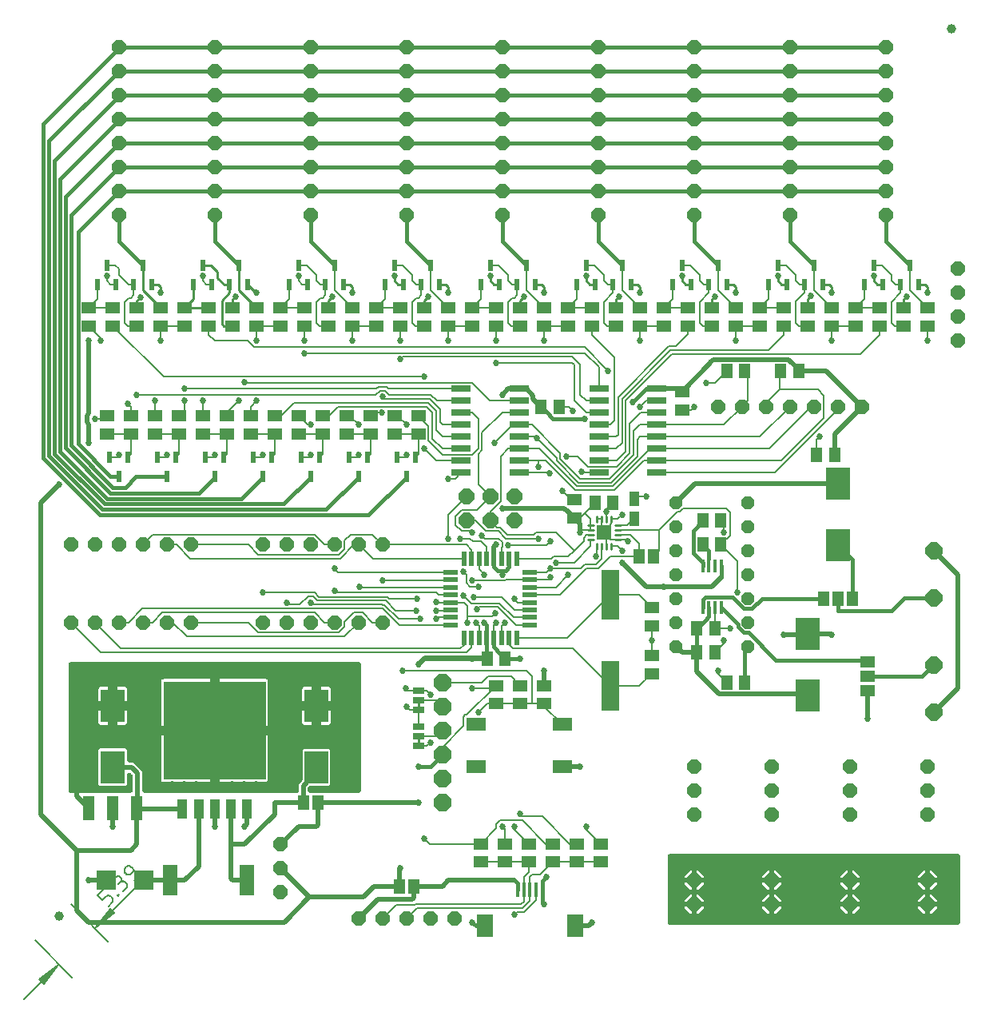
<source format=gtl>
G04 EAGLE Gerber RS-274X export*
G75*
%MOMM*%
%FSLAX34Y34*%
%LPD*%
%INTop Copper*%
%IPPOS*%
%AMOC8*
5,1,8,0,0,1.08239X$1,22.5*%
G01*
%ADD10C,0.130000*%
%ADD11C,0.152400*%
%ADD12R,1.300000X1.500000*%
%ADD13R,1.500000X1.300000*%
%ADD14R,2.032000X0.660400*%
%ADD15P,1.649562X8X22.500000*%
%ADD16P,1.649562X8X292.500000*%
%ADD17R,1.930400X5.334000*%
%ADD18R,0.547100X1.599800*%
%ADD19R,1.599800X0.547100*%
%ADD20R,2.108200X1.397000*%
%ADD21P,1.759533X8X112.500000*%
%ADD22P,1.454083X8X202.500000*%
%ADD23P,1.938236X8X202.500000*%
%ADD24C,1.000000*%
%ADD25R,1.270000X2.540000*%
%ADD26R,2.000000X2.000000*%
%ADD27R,1.168400X1.600200*%
%ADD28R,2.500000X3.500000*%
%ADD29R,1.600000X3.200000*%
%ADD30R,10.800000X10.410000*%
%ADD31R,1.066800X2.159000*%
%ADD32P,1.649562X8X112.500000*%
%ADD33C,0.254000*%
%ADD34R,1.270000X0.635000*%
%ADD35P,2.034460X8X22.500000*%
%ADD36R,1.000000X1.500000*%
%ADD37R,0.609200X1.180100*%
%ADD38C,0.264000*%
%ADD39R,1.600000X1.600000*%
%ADD40R,0.400000X1.500000*%
%ADD41R,0.400000X1.550000*%
%ADD42R,1.750000X2.400000*%
%ADD43R,1.600200X1.168400*%
%ADD44R,0.400000X1.424000*%
%ADD45C,0.508000*%
%ADD46C,0.203200*%
%ADD47C,0.381000*%
%ADD48C,0.685800*%

G36*
X101127Y156214D02*
X101127Y156214D01*
X101161Y156212D01*
X101350Y156234D01*
X101541Y156251D01*
X101574Y156260D01*
X101608Y156264D01*
X101791Y156319D01*
X101975Y156369D01*
X102006Y156384D01*
X102039Y156394D01*
X102210Y156481D01*
X102382Y156563D01*
X102410Y156583D01*
X102441Y156598D01*
X102593Y156714D01*
X102748Y156825D01*
X102772Y156850D01*
X102799Y156870D01*
X102928Y157011D01*
X103062Y157147D01*
X103081Y157176D01*
X103105Y157202D01*
X103207Y157363D01*
X103314Y157520D01*
X103328Y157552D01*
X103346Y157581D01*
X103419Y157758D01*
X103496Y157932D01*
X103504Y157966D01*
X103517Y157998D01*
X103557Y158185D01*
X103603Y158370D01*
X103605Y158404D01*
X103612Y158438D01*
X103631Y158750D01*
X103631Y173882D01*
X103617Y174046D01*
X103610Y174210D01*
X103597Y174269D01*
X103591Y174330D01*
X103548Y174489D01*
X103512Y174649D01*
X103489Y174706D01*
X103473Y174765D01*
X103402Y174913D01*
X103339Y175065D01*
X103306Y175116D01*
X103279Y175171D01*
X103184Y175305D01*
X103095Y175443D01*
X103043Y175501D01*
X103017Y175537D01*
X102974Y175580D01*
X102888Y175677D01*
X101926Y176639D01*
X101826Y176723D01*
X101733Y176813D01*
X101653Y176867D01*
X101580Y176928D01*
X101467Y176993D01*
X101360Y177065D01*
X101272Y177104D01*
X101189Y177152D01*
X101067Y177195D01*
X100948Y177248D01*
X100855Y177270D01*
X100765Y177302D01*
X100637Y177324D01*
X100510Y177354D01*
X100415Y177360D01*
X100321Y177376D01*
X100191Y177374D01*
X100061Y177382D01*
X99966Y177371D01*
X99871Y177370D01*
X99743Y177345D01*
X99614Y177330D01*
X99522Y177302D01*
X99428Y177284D01*
X99307Y177237D01*
X99183Y177200D01*
X99097Y177156D01*
X99008Y177122D01*
X98897Y177054D01*
X98781Y176995D01*
X98705Y176938D01*
X98624Y176888D01*
X98526Y176802D01*
X98423Y176723D01*
X98358Y176653D01*
X98286Y176590D01*
X98206Y176488D01*
X98117Y176392D01*
X98066Y176312D01*
X98007Y176237D01*
X97945Y176122D01*
X97876Y176012D01*
X97839Y175924D01*
X97794Y175840D01*
X97754Y175716D01*
X97705Y175596D01*
X97685Y175502D01*
X97655Y175412D01*
X97637Y175283D01*
X97610Y175156D01*
X97602Y175026D01*
X97594Y174966D01*
X97595Y174921D01*
X97591Y174844D01*
X97591Y164848D01*
X96102Y163359D01*
X68998Y163359D01*
X67509Y164848D01*
X67509Y201952D01*
X68998Y203441D01*
X96102Y203441D01*
X97591Y201952D01*
X97591Y191020D01*
X97594Y190985D01*
X97592Y190951D01*
X97614Y190762D01*
X97631Y190571D01*
X97640Y190538D01*
X97644Y190504D01*
X97699Y190321D01*
X97749Y190137D01*
X97764Y190106D01*
X97774Y190073D01*
X97861Y189902D01*
X97943Y189730D01*
X97963Y189702D01*
X97978Y189671D01*
X98094Y189519D01*
X98205Y189364D01*
X98230Y189340D01*
X98250Y189313D01*
X98390Y189184D01*
X98527Y189050D01*
X98556Y189031D01*
X98582Y189007D01*
X98743Y188905D01*
X98900Y188798D01*
X98932Y188784D01*
X98961Y188766D01*
X99138Y188693D01*
X99312Y188616D01*
X99346Y188608D01*
X99378Y188595D01*
X99565Y188555D01*
X99750Y188509D01*
X99784Y188507D01*
X99818Y188500D01*
X100130Y188481D01*
X103361Y188481D01*
X105228Y187707D01*
X113019Y179916D01*
X113793Y178049D01*
X113793Y158750D01*
X113796Y158716D01*
X113794Y158681D01*
X113816Y158492D01*
X113833Y158302D01*
X113842Y158268D01*
X113846Y158234D01*
X113901Y158051D01*
X113951Y157867D01*
X113966Y157836D01*
X113976Y157803D01*
X114063Y157632D01*
X114145Y157461D01*
X114165Y157432D01*
X114180Y157401D01*
X114296Y157249D01*
X114407Y157094D01*
X114432Y157070D01*
X114452Y157043D01*
X114592Y156914D01*
X114729Y156780D01*
X114758Y156761D01*
X114784Y156738D01*
X114945Y156635D01*
X115102Y156528D01*
X115134Y156514D01*
X115163Y156496D01*
X115340Y156423D01*
X115514Y156346D01*
X115548Y156338D01*
X115580Y156325D01*
X115767Y156285D01*
X115952Y156239D01*
X115986Y156237D01*
X116020Y156230D01*
X116332Y156211D01*
X277368Y156211D01*
X277403Y156214D01*
X277437Y156212D01*
X277626Y156234D01*
X277817Y156251D01*
X277850Y156260D01*
X277884Y156264D01*
X278067Y156319D01*
X278251Y156369D01*
X278282Y156384D01*
X278315Y156394D01*
X278486Y156481D01*
X278658Y156563D01*
X278686Y156583D01*
X278717Y156598D01*
X278869Y156714D01*
X279024Y156825D01*
X279048Y156850D01*
X279075Y156870D01*
X279204Y157011D01*
X279338Y157147D01*
X279357Y157176D01*
X279381Y157202D01*
X279483Y157363D01*
X279590Y157520D01*
X279604Y157552D01*
X279622Y157581D01*
X279695Y157758D01*
X279772Y157932D01*
X279780Y157966D01*
X279793Y157998D01*
X279833Y158185D01*
X279879Y158370D01*
X279881Y158404D01*
X279888Y158438D01*
X279907Y158750D01*
X279907Y164740D01*
X280603Y166420D01*
X283174Y168990D01*
X283279Y169116D01*
X283391Y169237D01*
X283423Y169289D01*
X283462Y169336D01*
X283544Y169478D01*
X283632Y169617D01*
X283656Y169674D01*
X283686Y169727D01*
X283741Y169882D01*
X283803Y170034D01*
X283816Y170093D01*
X283837Y170151D01*
X283863Y170313D01*
X283898Y170474D01*
X283903Y170551D01*
X283910Y170595D01*
X283909Y170656D01*
X283917Y170786D01*
X283917Y201742D01*
X285108Y202933D01*
X311792Y202933D01*
X312983Y201742D01*
X312983Y165058D01*
X311792Y163867D01*
X292036Y163867D01*
X291872Y163853D01*
X291708Y163846D01*
X291648Y163833D01*
X291587Y163827D01*
X291428Y163784D01*
X291268Y163748D01*
X291212Y163725D01*
X291153Y163709D01*
X291004Y163638D01*
X290853Y163575D01*
X290801Y163542D01*
X290746Y163515D01*
X290613Y163420D01*
X290474Y163330D01*
X290417Y163279D01*
X290380Y163253D01*
X290345Y163217D01*
X290342Y163215D01*
X290330Y163203D01*
X290240Y163123D01*
X289796Y162680D01*
X289691Y162553D01*
X289579Y162433D01*
X289547Y162381D01*
X289508Y162334D01*
X289426Y162192D01*
X289338Y162053D01*
X289314Y161996D01*
X289284Y161943D01*
X289229Y161789D01*
X289167Y161636D01*
X289154Y161576D01*
X289133Y161519D01*
X289107Y161357D01*
X289072Y161196D01*
X289067Y161119D01*
X289060Y161075D01*
X289061Y161014D01*
X289053Y160884D01*
X289053Y158750D01*
X289056Y158716D01*
X289054Y158681D01*
X289076Y158492D01*
X289093Y158302D01*
X289102Y158268D01*
X289106Y158234D01*
X289161Y158051D01*
X289211Y157867D01*
X289226Y157836D01*
X289236Y157803D01*
X289323Y157632D01*
X289405Y157461D01*
X289425Y157432D01*
X289440Y157401D01*
X289556Y157249D01*
X289667Y157094D01*
X289692Y157070D01*
X289712Y157043D01*
X289852Y156914D01*
X289989Y156780D01*
X290018Y156761D01*
X290044Y156738D01*
X290205Y156635D01*
X290362Y156528D01*
X290394Y156514D01*
X290423Y156496D01*
X290600Y156423D01*
X290774Y156346D01*
X290808Y156338D01*
X290840Y156325D01*
X291027Y156285D01*
X291212Y156239D01*
X291246Y156237D01*
X291280Y156230D01*
X291592Y156211D01*
X342900Y156211D01*
X342935Y156214D01*
X342969Y156212D01*
X343158Y156234D01*
X343349Y156251D01*
X343382Y156260D01*
X343416Y156264D01*
X343599Y156319D01*
X343783Y156369D01*
X343814Y156384D01*
X343847Y156394D01*
X344018Y156481D01*
X344190Y156563D01*
X344218Y156583D01*
X344249Y156598D01*
X344401Y156714D01*
X344556Y156825D01*
X344580Y156850D01*
X344607Y156870D01*
X344736Y157011D01*
X344870Y157147D01*
X344889Y157176D01*
X344913Y157202D01*
X345015Y157363D01*
X345122Y157520D01*
X345136Y157552D01*
X345154Y157581D01*
X345227Y157758D01*
X345304Y157932D01*
X345312Y157966D01*
X345325Y157998D01*
X345365Y158185D01*
X345411Y158370D01*
X345413Y158404D01*
X345420Y158438D01*
X345439Y158750D01*
X345439Y292100D01*
X345436Y292135D01*
X345438Y292169D01*
X345416Y292358D01*
X345399Y292549D01*
X345390Y292582D01*
X345386Y292616D01*
X345331Y292799D01*
X345281Y292983D01*
X345266Y293014D01*
X345256Y293047D01*
X345169Y293218D01*
X345087Y293390D01*
X345067Y293418D01*
X345052Y293449D01*
X344936Y293601D01*
X344825Y293756D01*
X344800Y293780D01*
X344780Y293807D01*
X344640Y293936D01*
X344503Y294070D01*
X344474Y294089D01*
X344448Y294113D01*
X344287Y294215D01*
X344130Y294322D01*
X344098Y294336D01*
X344069Y294354D01*
X343892Y294427D01*
X343718Y294504D01*
X343684Y294512D01*
X343652Y294525D01*
X343465Y294565D01*
X343280Y294611D01*
X343246Y294613D01*
X343212Y294620D01*
X342900Y294639D01*
X38100Y294639D01*
X38066Y294636D01*
X38031Y294638D01*
X37842Y294616D01*
X37652Y294599D01*
X37618Y294590D01*
X37584Y294586D01*
X37401Y294531D01*
X37217Y294481D01*
X37186Y294466D01*
X37153Y294456D01*
X36982Y294369D01*
X36811Y294287D01*
X36782Y294267D01*
X36751Y294252D01*
X36599Y294136D01*
X36444Y294025D01*
X36420Y294000D01*
X36393Y293980D01*
X36264Y293840D01*
X36130Y293703D01*
X36111Y293674D01*
X36088Y293648D01*
X35985Y293487D01*
X35878Y293330D01*
X35864Y293298D01*
X35846Y293269D01*
X35773Y293092D01*
X35696Y292918D01*
X35688Y292884D01*
X35675Y292852D01*
X35635Y292665D01*
X35589Y292480D01*
X35587Y292446D01*
X35580Y292412D01*
X35561Y292100D01*
X35561Y158750D01*
X35564Y158716D01*
X35562Y158681D01*
X35584Y158492D01*
X35601Y158302D01*
X35610Y158268D01*
X35614Y158234D01*
X35669Y158051D01*
X35719Y157867D01*
X35734Y157836D01*
X35744Y157803D01*
X35831Y157632D01*
X35913Y157461D01*
X35933Y157432D01*
X35948Y157401D01*
X36064Y157249D01*
X36175Y157094D01*
X36200Y157070D01*
X36220Y157043D01*
X36361Y156914D01*
X36497Y156780D01*
X36526Y156761D01*
X36552Y156738D01*
X36713Y156635D01*
X36870Y156528D01*
X36902Y156514D01*
X36931Y156496D01*
X37108Y156423D01*
X37282Y156346D01*
X37316Y156338D01*
X37348Y156325D01*
X37535Y156285D01*
X37720Y156239D01*
X37754Y156237D01*
X37788Y156230D01*
X38100Y156211D01*
X101092Y156211D01*
X101127Y156214D01*
G37*
G36*
X977935Y16514D02*
X977935Y16514D01*
X977969Y16512D01*
X978158Y16534D01*
X978349Y16551D01*
X978382Y16560D01*
X978416Y16564D01*
X978599Y16619D01*
X978783Y16669D01*
X978814Y16684D01*
X978847Y16694D01*
X979018Y16781D01*
X979190Y16863D01*
X979218Y16883D01*
X979249Y16898D01*
X979401Y17014D01*
X979556Y17125D01*
X979580Y17150D01*
X979607Y17170D01*
X979736Y17311D01*
X979870Y17447D01*
X979889Y17476D01*
X979913Y17502D01*
X980015Y17663D01*
X980122Y17820D01*
X980136Y17852D01*
X980154Y17881D01*
X980227Y18058D01*
X980304Y18232D01*
X980312Y18266D01*
X980325Y18298D01*
X980365Y18485D01*
X980411Y18670D01*
X980413Y18704D01*
X980420Y18738D01*
X980439Y19050D01*
X980439Y88900D01*
X980436Y88935D01*
X980438Y88969D01*
X980416Y89158D01*
X980399Y89349D01*
X980390Y89382D01*
X980386Y89416D01*
X980331Y89599D01*
X980281Y89783D01*
X980266Y89814D01*
X980256Y89847D01*
X980169Y90018D01*
X980087Y90190D01*
X980067Y90218D01*
X980052Y90249D01*
X979936Y90401D01*
X979825Y90556D01*
X979800Y90580D01*
X979780Y90607D01*
X979640Y90736D01*
X979503Y90870D01*
X979474Y90889D01*
X979448Y90913D01*
X979287Y91015D01*
X979130Y91122D01*
X979098Y91136D01*
X979069Y91154D01*
X978892Y91227D01*
X978718Y91304D01*
X978684Y91312D01*
X978652Y91325D01*
X978465Y91365D01*
X978280Y91411D01*
X978246Y91413D01*
X978212Y91420D01*
X977900Y91439D01*
X673100Y91439D01*
X673066Y91436D01*
X673031Y91438D01*
X672842Y91416D01*
X672652Y91399D01*
X672618Y91390D01*
X672584Y91386D01*
X672401Y91331D01*
X672217Y91281D01*
X672186Y91266D01*
X672153Y91256D01*
X671982Y91169D01*
X671811Y91087D01*
X671782Y91067D01*
X671751Y91052D01*
X671599Y90936D01*
X671444Y90825D01*
X671420Y90800D01*
X671393Y90780D01*
X671264Y90640D01*
X671130Y90503D01*
X671111Y90474D01*
X671088Y90448D01*
X670985Y90287D01*
X670878Y90130D01*
X670864Y90098D01*
X670846Y90069D01*
X670773Y89892D01*
X670696Y89718D01*
X670688Y89684D01*
X670675Y89652D01*
X670635Y89465D01*
X670589Y89280D01*
X670587Y89246D01*
X670580Y89212D01*
X670561Y88900D01*
X670561Y19050D01*
X670564Y19016D01*
X670562Y18981D01*
X670584Y18792D01*
X670601Y18602D01*
X670610Y18568D01*
X670614Y18534D01*
X670669Y18351D01*
X670719Y18167D01*
X670734Y18136D01*
X670744Y18103D01*
X670831Y17932D01*
X670913Y17761D01*
X670933Y17732D01*
X670948Y17701D01*
X671064Y17549D01*
X671175Y17394D01*
X671200Y17370D01*
X671220Y17343D01*
X671361Y17214D01*
X671497Y17080D01*
X671526Y17061D01*
X671552Y17038D01*
X671713Y16935D01*
X671870Y16828D01*
X671902Y16814D01*
X671931Y16796D01*
X672108Y16723D01*
X672282Y16646D01*
X672316Y16638D01*
X672348Y16625D01*
X672535Y16585D01*
X672720Y16539D01*
X672754Y16537D01*
X672788Y16530D01*
X673100Y16511D01*
X977900Y16511D01*
X977935Y16514D01*
G37*
%LPC*%
G36*
X195579Y227329D02*
X195579Y227329D01*
X195579Y276841D01*
X244835Y276841D01*
X245481Y276668D01*
X246060Y276333D01*
X246533Y275860D01*
X246868Y275281D01*
X247041Y274635D01*
X247041Y227329D01*
X195579Y227329D01*
G37*
%LPD*%
%LPC*%
G36*
X133959Y227329D02*
X133959Y227329D01*
X133959Y274635D01*
X134132Y275281D01*
X134467Y275860D01*
X134940Y276333D01*
X135519Y276668D01*
X136165Y276841D01*
X185421Y276841D01*
X185421Y227329D01*
X133959Y227329D01*
G37*
%LPD*%
%LPC*%
G36*
X195579Y167659D02*
X195579Y167659D01*
X195579Y217171D01*
X247041Y217171D01*
X247041Y169865D01*
X246868Y169219D01*
X246533Y168640D01*
X246060Y168167D01*
X245481Y167832D01*
X244835Y167659D01*
X195579Y167659D01*
G37*
%LPD*%
%LPC*%
G36*
X136165Y167659D02*
X136165Y167659D01*
X135519Y167832D01*
X134940Y168167D01*
X134467Y168640D01*
X134132Y169219D01*
X133959Y169865D01*
X133959Y217171D01*
X185421Y217171D01*
X185421Y167659D01*
X136165Y167659D01*
G37*
%LPD*%
%LPC*%
G36*
X87629Y253479D02*
X87629Y253479D01*
X87629Y268441D01*
X95385Y268441D01*
X96031Y268268D01*
X96610Y267933D01*
X97083Y267460D01*
X97418Y266881D01*
X97591Y266235D01*
X97591Y253479D01*
X87629Y253479D01*
G37*
%LPD*%
%LPC*%
G36*
X303529Y253479D02*
X303529Y253479D01*
X303529Y268441D01*
X311285Y268441D01*
X311931Y268268D01*
X312510Y267933D01*
X312983Y267460D01*
X313318Y266881D01*
X313491Y266235D01*
X313491Y253479D01*
X303529Y253479D01*
G37*
%LPD*%
%LPC*%
G36*
X283409Y253479D02*
X283409Y253479D01*
X283409Y266235D01*
X283582Y266881D01*
X283917Y267460D01*
X284390Y267933D01*
X284969Y268268D01*
X285615Y268441D01*
X293371Y268441D01*
X293371Y253479D01*
X283409Y253479D01*
G37*
%LPD*%
%LPC*%
G36*
X67509Y253479D02*
X67509Y253479D01*
X67509Y266235D01*
X67682Y266881D01*
X68017Y267460D01*
X68490Y267933D01*
X69069Y268268D01*
X69715Y268441D01*
X77471Y268441D01*
X77471Y253479D01*
X67509Y253479D01*
G37*
%LPD*%
%LPC*%
G36*
X87629Y228359D02*
X87629Y228359D01*
X87629Y243321D01*
X97591Y243321D01*
X97591Y230565D01*
X97418Y229919D01*
X97083Y229340D01*
X96610Y228867D01*
X96031Y228532D01*
X95385Y228359D01*
X87629Y228359D01*
G37*
%LPD*%
%LPC*%
G36*
X303529Y228359D02*
X303529Y228359D01*
X303529Y243321D01*
X313491Y243321D01*
X313491Y230565D01*
X313318Y229919D01*
X312983Y229340D01*
X312510Y228867D01*
X311931Y228532D01*
X311285Y228359D01*
X303529Y228359D01*
G37*
%LPD*%
%LPC*%
G36*
X285615Y228359D02*
X285615Y228359D01*
X284969Y228532D01*
X284390Y228867D01*
X283917Y229340D01*
X283582Y229919D01*
X283409Y230565D01*
X283409Y243321D01*
X293371Y243321D01*
X293371Y228359D01*
X285615Y228359D01*
G37*
%LPD*%
%LPC*%
G36*
X69715Y228359D02*
X69715Y228359D01*
X69069Y228532D01*
X68490Y228867D01*
X68017Y229340D01*
X67682Y229919D01*
X67509Y230565D01*
X67509Y243321D01*
X77471Y243321D01*
X77471Y228359D01*
X69715Y228359D01*
G37*
%LPD*%
%LPC*%
G36*
X783589Y66039D02*
X783589Y66039D01*
X783589Y73661D01*
X785259Y73661D01*
X791211Y67709D01*
X791211Y66039D01*
X783589Y66039D01*
G37*
%LPD*%
%LPC*%
G36*
X948689Y66039D02*
X948689Y66039D01*
X948689Y73661D01*
X950359Y73661D01*
X956311Y67709D01*
X956311Y66039D01*
X948689Y66039D01*
G37*
%LPD*%
%LPC*%
G36*
X701039Y40639D02*
X701039Y40639D01*
X701039Y48261D01*
X702709Y48261D01*
X708661Y42309D01*
X708661Y40639D01*
X701039Y40639D01*
G37*
%LPD*%
%LPC*%
G36*
X866139Y66039D02*
X866139Y66039D01*
X866139Y73661D01*
X867809Y73661D01*
X873761Y67709D01*
X873761Y66039D01*
X866139Y66039D01*
G37*
%LPD*%
%LPC*%
G36*
X948689Y40639D02*
X948689Y40639D01*
X948689Y48261D01*
X950359Y48261D01*
X956311Y42309D01*
X956311Y40639D01*
X948689Y40639D01*
G37*
%LPD*%
%LPC*%
G36*
X866139Y40639D02*
X866139Y40639D01*
X866139Y48261D01*
X867809Y48261D01*
X873761Y42309D01*
X873761Y40639D01*
X866139Y40639D01*
G37*
%LPD*%
%LPC*%
G36*
X783589Y40639D02*
X783589Y40639D01*
X783589Y48261D01*
X785259Y48261D01*
X791211Y42309D01*
X791211Y40639D01*
X783589Y40639D01*
G37*
%LPD*%
%LPC*%
G36*
X701039Y66039D02*
X701039Y66039D01*
X701039Y73661D01*
X702709Y73661D01*
X708661Y67709D01*
X708661Y66039D01*
X701039Y66039D01*
G37*
%LPD*%
%LPC*%
G36*
X688339Y66039D02*
X688339Y66039D01*
X688339Y67709D01*
X694291Y73661D01*
X695961Y73661D01*
X695961Y66039D01*
X688339Y66039D01*
G37*
%LPD*%
%LPC*%
G36*
X770889Y66039D02*
X770889Y66039D01*
X770889Y67709D01*
X776841Y73661D01*
X778511Y73661D01*
X778511Y66039D01*
X770889Y66039D01*
G37*
%LPD*%
%LPC*%
G36*
X853439Y66039D02*
X853439Y66039D01*
X853439Y67709D01*
X859391Y73661D01*
X861061Y73661D01*
X861061Y66039D01*
X853439Y66039D01*
G37*
%LPD*%
%LPC*%
G36*
X935989Y66039D02*
X935989Y66039D01*
X935989Y67709D01*
X941941Y73661D01*
X943611Y73661D01*
X943611Y66039D01*
X935989Y66039D01*
G37*
%LPD*%
%LPC*%
G36*
X935989Y40639D02*
X935989Y40639D01*
X935989Y42309D01*
X941941Y48261D01*
X943611Y48261D01*
X943611Y40639D01*
X935989Y40639D01*
G37*
%LPD*%
%LPC*%
G36*
X701039Y53339D02*
X701039Y53339D01*
X701039Y60961D01*
X708661Y60961D01*
X708661Y59291D01*
X702709Y53339D01*
X701039Y53339D01*
G37*
%LPD*%
%LPC*%
G36*
X853439Y40639D02*
X853439Y40639D01*
X853439Y42309D01*
X859391Y48261D01*
X861061Y48261D01*
X861061Y40639D01*
X853439Y40639D01*
G37*
%LPD*%
%LPC*%
G36*
X770889Y40639D02*
X770889Y40639D01*
X770889Y42309D01*
X776841Y48261D01*
X778511Y48261D01*
X778511Y40639D01*
X770889Y40639D01*
G37*
%LPD*%
%LPC*%
G36*
X688339Y40639D02*
X688339Y40639D01*
X688339Y42309D01*
X694291Y48261D01*
X695961Y48261D01*
X695961Y40639D01*
X688339Y40639D01*
G37*
%LPD*%
%LPC*%
G36*
X701039Y27939D02*
X701039Y27939D01*
X701039Y35561D01*
X708661Y35561D01*
X708661Y33891D01*
X702709Y27939D01*
X701039Y27939D01*
G37*
%LPD*%
%LPC*%
G36*
X783589Y53339D02*
X783589Y53339D01*
X783589Y60961D01*
X791211Y60961D01*
X791211Y59291D01*
X785259Y53339D01*
X783589Y53339D01*
G37*
%LPD*%
%LPC*%
G36*
X948689Y27939D02*
X948689Y27939D01*
X948689Y35561D01*
X956311Y35561D01*
X956311Y33891D01*
X950359Y27939D01*
X948689Y27939D01*
G37*
%LPD*%
%LPC*%
G36*
X866139Y53339D02*
X866139Y53339D01*
X866139Y60961D01*
X873761Y60961D01*
X873761Y59291D01*
X867809Y53339D01*
X866139Y53339D01*
G37*
%LPD*%
%LPC*%
G36*
X866139Y27939D02*
X866139Y27939D01*
X866139Y35561D01*
X873761Y35561D01*
X873761Y33891D01*
X867809Y27939D01*
X866139Y27939D01*
G37*
%LPD*%
%LPC*%
G36*
X948689Y53339D02*
X948689Y53339D01*
X948689Y60961D01*
X956311Y60961D01*
X956311Y59291D01*
X950359Y53339D01*
X948689Y53339D01*
G37*
%LPD*%
%LPC*%
G36*
X783589Y27939D02*
X783589Y27939D01*
X783589Y35561D01*
X791211Y35561D01*
X791211Y33891D01*
X785259Y27939D01*
X783589Y27939D01*
G37*
%LPD*%
%LPC*%
G36*
X859391Y53339D02*
X859391Y53339D01*
X853439Y59291D01*
X853439Y60961D01*
X861061Y60961D01*
X861061Y53339D01*
X859391Y53339D01*
G37*
%LPD*%
%LPC*%
G36*
X941941Y53339D02*
X941941Y53339D01*
X935989Y59291D01*
X935989Y60961D01*
X943611Y60961D01*
X943611Y53339D01*
X941941Y53339D01*
G37*
%LPD*%
%LPC*%
G36*
X694291Y27939D02*
X694291Y27939D01*
X688339Y33891D01*
X688339Y35561D01*
X695961Y35561D01*
X695961Y27939D01*
X694291Y27939D01*
G37*
%LPD*%
%LPC*%
G36*
X776841Y27939D02*
X776841Y27939D01*
X770889Y33891D01*
X770889Y35561D01*
X778511Y35561D01*
X778511Y27939D01*
X776841Y27939D01*
G37*
%LPD*%
%LPC*%
G36*
X776841Y53339D02*
X776841Y53339D01*
X770889Y59291D01*
X770889Y60961D01*
X778511Y60961D01*
X778511Y53339D01*
X776841Y53339D01*
G37*
%LPD*%
%LPC*%
G36*
X859391Y27939D02*
X859391Y27939D01*
X853439Y33891D01*
X853439Y35561D01*
X861061Y35561D01*
X861061Y27939D01*
X859391Y27939D01*
G37*
%LPD*%
%LPC*%
G36*
X694291Y53339D02*
X694291Y53339D01*
X688339Y59291D01*
X688339Y60961D01*
X695961Y60961D01*
X695961Y53339D01*
X694291Y53339D01*
G37*
%LPD*%
%LPC*%
G36*
X941941Y27939D02*
X941941Y27939D01*
X935989Y33891D01*
X935989Y35561D01*
X943611Y35561D01*
X943611Y27939D01*
X941941Y27939D01*
G37*
%LPD*%
%LPC*%
G36*
X190499Y222249D02*
X190499Y222249D01*
X190499Y222251D01*
X190501Y222251D01*
X190501Y222249D01*
X190499Y222249D01*
G37*
%LPD*%
%LPC*%
G36*
X298449Y248399D02*
X298449Y248399D01*
X298449Y248401D01*
X298451Y248401D01*
X298451Y248399D01*
X298449Y248399D01*
G37*
%LPD*%
%LPC*%
G36*
X82549Y248399D02*
X82549Y248399D01*
X82549Y248401D01*
X82551Y248401D01*
X82551Y248399D01*
X82549Y248399D01*
G37*
%LPD*%
D10*
X0Y0D02*
X39189Y-39189D01*
X77289Y-1089D02*
X38100Y38100D01*
X24940Y-25860D02*
X-11370Y-62170D01*
X63960Y13160D02*
X116914Y66114D01*
X24940Y-25860D02*
X4758Y-41527D01*
X9273Y-46042D01*
X24940Y-25860D01*
X6096Y-42866D01*
X7934Y-44704D02*
X24940Y-25860D01*
X5177Y-41946D01*
X8854Y-45623D02*
X24940Y-25860D01*
X63960Y13160D02*
X79627Y33342D01*
X84142Y28827D01*
X63960Y13160D01*
X80966Y32004D01*
X82804Y30166D02*
X63960Y13160D01*
X80046Y32923D01*
X83723Y29246D02*
X63960Y13160D01*
D11*
X77822Y36225D02*
X81654Y40056D01*
X81654Y40057D02*
X81736Y40142D01*
X81816Y40229D01*
X81892Y40320D01*
X81966Y40412D01*
X82036Y40507D01*
X82103Y40604D01*
X82167Y40704D01*
X82228Y40805D01*
X82285Y40908D01*
X82340Y41013D01*
X82390Y41120D01*
X82437Y41229D01*
X82480Y41339D01*
X82520Y41450D01*
X82556Y41562D01*
X82589Y41676D01*
X82618Y41791D01*
X82643Y41906D01*
X82664Y42023D01*
X82681Y42140D01*
X82695Y42257D01*
X82704Y42375D01*
X82710Y42493D01*
X82712Y42611D01*
X82710Y42729D01*
X82704Y42847D01*
X82695Y42965D01*
X82681Y43082D01*
X82664Y43199D01*
X82643Y43316D01*
X82618Y43431D01*
X82589Y43546D01*
X82556Y43660D01*
X82520Y43772D01*
X82480Y43883D01*
X82437Y43993D01*
X82390Y44102D01*
X82340Y44209D01*
X82285Y44314D01*
X82228Y44417D01*
X82167Y44518D01*
X82103Y44618D01*
X82036Y44715D01*
X81966Y44810D01*
X81892Y44902D01*
X81816Y44993D01*
X81736Y45080D01*
X81654Y45165D01*
X80377Y46442D01*
X80376Y46442D02*
X80291Y46524D01*
X80204Y46604D01*
X80113Y46680D01*
X80021Y46754D01*
X79926Y46824D01*
X79829Y46891D01*
X79729Y46955D01*
X79628Y47016D01*
X79525Y47073D01*
X79420Y47128D01*
X79313Y47178D01*
X79204Y47225D01*
X79094Y47268D01*
X78983Y47308D01*
X78871Y47344D01*
X78757Y47377D01*
X78642Y47406D01*
X78527Y47431D01*
X78410Y47452D01*
X78293Y47469D01*
X78176Y47483D01*
X78058Y47492D01*
X77940Y47498D01*
X77822Y47500D01*
X77704Y47498D01*
X77586Y47492D01*
X77468Y47483D01*
X77351Y47469D01*
X77234Y47452D01*
X77117Y47431D01*
X77002Y47406D01*
X76887Y47377D01*
X76774Y47344D01*
X76661Y47308D01*
X76550Y47268D01*
X76440Y47225D01*
X76331Y47178D01*
X76224Y47128D01*
X76119Y47074D01*
X76016Y47016D01*
X75915Y46955D01*
X75815Y46891D01*
X75718Y46824D01*
X75623Y46754D01*
X75531Y46680D01*
X75440Y46604D01*
X75353Y46524D01*
X75268Y46442D01*
X71436Y42611D01*
X66328Y47719D01*
X72714Y54105D01*
X87795Y47474D02*
X88433Y46835D01*
X87795Y47474D02*
X88433Y48113D01*
X89072Y47474D01*
X88433Y46835D01*
X93296Y51699D02*
X96489Y54892D01*
X96583Y54988D01*
X96673Y55086D01*
X96760Y55188D01*
X96845Y55292D01*
X96926Y55398D01*
X97004Y55507D01*
X97079Y55618D01*
X97150Y55731D01*
X97218Y55846D01*
X97283Y55964D01*
X97344Y56083D01*
X97401Y56203D01*
X97455Y56326D01*
X97506Y56450D01*
X97552Y56575D01*
X97595Y56702D01*
X97634Y56830D01*
X97669Y56959D01*
X97701Y57089D01*
X97728Y57220D01*
X97752Y57352D01*
X97772Y57484D01*
X97788Y57617D01*
X97800Y57751D01*
X97808Y57884D01*
X97812Y58018D01*
X97812Y58152D01*
X97808Y58286D01*
X97800Y58419D01*
X97788Y58553D01*
X97772Y58686D01*
X97752Y58818D01*
X97728Y58950D01*
X97701Y59081D01*
X97669Y59211D01*
X97634Y59340D01*
X97595Y59468D01*
X97552Y59595D01*
X97506Y59720D01*
X97455Y59844D01*
X97401Y59967D01*
X97344Y60087D01*
X97283Y60206D01*
X97218Y60324D01*
X97150Y60439D01*
X97079Y60552D01*
X97004Y60663D01*
X96926Y60772D01*
X96845Y60878D01*
X96760Y60982D01*
X96673Y61084D01*
X96583Y61182D01*
X96489Y61278D01*
X96393Y61372D01*
X96295Y61462D01*
X96193Y61549D01*
X96089Y61634D01*
X95983Y61715D01*
X95874Y61793D01*
X95763Y61868D01*
X95650Y61939D01*
X95535Y62007D01*
X95417Y62072D01*
X95298Y62133D01*
X95178Y62190D01*
X95055Y62244D01*
X94931Y62295D01*
X94806Y62341D01*
X94679Y62384D01*
X94551Y62423D01*
X94422Y62458D01*
X94292Y62490D01*
X94161Y62517D01*
X94029Y62541D01*
X93897Y62561D01*
X93764Y62577D01*
X93630Y62589D01*
X93497Y62597D01*
X93363Y62601D01*
X93229Y62601D01*
X93095Y62597D01*
X92962Y62589D01*
X92828Y62577D01*
X92696Y62561D01*
X92563Y62541D01*
X92431Y62517D01*
X92300Y62490D01*
X92170Y62458D01*
X92041Y62423D01*
X91913Y62384D01*
X91786Y62341D01*
X91661Y62295D01*
X91537Y62244D01*
X91414Y62190D01*
X91294Y62133D01*
X91175Y62072D01*
X91057Y62007D01*
X90942Y61939D01*
X90829Y61868D01*
X90718Y61793D01*
X90609Y61715D01*
X90503Y61634D01*
X90399Y61549D01*
X90298Y61462D01*
X90199Y61372D01*
X90103Y61278D01*
X85633Y67025D02*
X81802Y63193D01*
X85634Y67025D02*
X85720Y67108D01*
X85808Y67188D01*
X85899Y67265D01*
X85993Y67340D01*
X86089Y67411D01*
X86187Y67478D01*
X86288Y67543D01*
X86391Y67604D01*
X86495Y67662D01*
X86602Y67716D01*
X86710Y67767D01*
X86820Y67814D01*
X86931Y67857D01*
X87043Y67897D01*
X87157Y67933D01*
X87272Y67965D01*
X87388Y67993D01*
X87505Y68018D01*
X87623Y68039D01*
X87741Y68055D01*
X87860Y68068D01*
X87979Y68077D01*
X88098Y68082D01*
X88218Y68083D01*
X88337Y68080D01*
X88457Y68073D01*
X88575Y68062D01*
X88694Y68047D01*
X88812Y68029D01*
X88929Y68006D01*
X89046Y67980D01*
X89161Y67949D01*
X89276Y67915D01*
X89389Y67877D01*
X89501Y67836D01*
X89612Y67791D01*
X89721Y67742D01*
X89828Y67689D01*
X89933Y67633D01*
X90037Y67574D01*
X90139Y67511D01*
X90238Y67445D01*
X90335Y67376D01*
X90430Y67303D01*
X90522Y67227D01*
X90612Y67149D01*
X90699Y67067D01*
X90784Y66982D01*
X90866Y66895D01*
X90944Y66805D01*
X91020Y66713D01*
X91093Y66618D01*
X91162Y66521D01*
X91228Y66422D01*
X91291Y66320D01*
X91350Y66216D01*
X91406Y66111D01*
X91459Y66004D01*
X91508Y65895D01*
X91553Y65784D01*
X91594Y65672D01*
X91632Y65559D01*
X91666Y65444D01*
X91697Y65329D01*
X91723Y65212D01*
X91746Y65095D01*
X91764Y64977D01*
X91779Y64858D01*
X91790Y64740D01*
X91797Y64620D01*
X91800Y64501D01*
X91799Y64381D01*
X91794Y64262D01*
X91785Y64143D01*
X91772Y64024D01*
X91756Y63906D01*
X91735Y63788D01*
X91710Y63671D01*
X91682Y63555D01*
X91650Y63440D01*
X91614Y63326D01*
X91574Y63214D01*
X91531Y63103D01*
X91484Y62993D01*
X91433Y62885D01*
X91379Y62778D01*
X91321Y62674D01*
X91260Y62571D01*
X91195Y62470D01*
X91128Y62372D01*
X91057Y62276D01*
X90982Y62182D01*
X90905Y62091D01*
X90825Y62003D01*
X90742Y61917D01*
X90742Y61916D02*
X88188Y59362D01*
X101795Y70415D02*
X105627Y74246D01*
X101795Y70415D02*
X101710Y70333D01*
X101623Y70253D01*
X101532Y70177D01*
X101440Y70103D01*
X101345Y70033D01*
X101248Y69966D01*
X101148Y69902D01*
X101047Y69841D01*
X100944Y69783D01*
X100839Y69729D01*
X100732Y69679D01*
X100623Y69632D01*
X100513Y69589D01*
X100402Y69549D01*
X100290Y69513D01*
X100176Y69480D01*
X100061Y69451D01*
X99946Y69426D01*
X99829Y69405D01*
X99712Y69388D01*
X99595Y69374D01*
X99477Y69365D01*
X99359Y69359D01*
X99241Y69357D01*
X99123Y69359D01*
X99005Y69365D01*
X98887Y69374D01*
X98770Y69388D01*
X98653Y69405D01*
X98536Y69426D01*
X98421Y69451D01*
X98306Y69480D01*
X98192Y69513D01*
X98080Y69549D01*
X97969Y69589D01*
X97859Y69632D01*
X97750Y69679D01*
X97643Y69729D01*
X97538Y69783D01*
X97435Y69841D01*
X97334Y69902D01*
X97234Y69966D01*
X97137Y70033D01*
X97042Y70103D01*
X96950Y70177D01*
X96859Y70253D01*
X96772Y70333D01*
X96687Y70415D01*
X96686Y70415D02*
X96048Y71053D01*
X95954Y71149D01*
X95864Y71247D01*
X95777Y71349D01*
X95692Y71453D01*
X95611Y71559D01*
X95533Y71668D01*
X95458Y71779D01*
X95387Y71892D01*
X95319Y72007D01*
X95254Y72125D01*
X95193Y72244D01*
X95136Y72364D01*
X95082Y72487D01*
X95031Y72611D01*
X94985Y72736D01*
X94942Y72863D01*
X94903Y72991D01*
X94868Y73120D01*
X94836Y73250D01*
X94809Y73381D01*
X94785Y73513D01*
X94765Y73645D01*
X94749Y73778D01*
X94737Y73912D01*
X94729Y74045D01*
X94725Y74179D01*
X94725Y74313D01*
X94729Y74447D01*
X94737Y74580D01*
X94749Y74714D01*
X94765Y74847D01*
X94785Y74979D01*
X94809Y75111D01*
X94836Y75242D01*
X94868Y75372D01*
X94903Y75501D01*
X94942Y75629D01*
X94985Y75756D01*
X95031Y75881D01*
X95082Y76005D01*
X95136Y76128D01*
X95193Y76248D01*
X95254Y76367D01*
X95319Y76485D01*
X95387Y76600D01*
X95458Y76713D01*
X95533Y76824D01*
X95611Y76933D01*
X95692Y77039D01*
X95777Y77143D01*
X95864Y77245D01*
X95954Y77343D01*
X96048Y77439D01*
X96144Y77533D01*
X96242Y77623D01*
X96344Y77710D01*
X96448Y77795D01*
X96554Y77876D01*
X96663Y77954D01*
X96774Y78029D01*
X96887Y78100D01*
X97002Y78168D01*
X97120Y78233D01*
X97239Y78294D01*
X97359Y78351D01*
X97482Y78405D01*
X97606Y78456D01*
X97731Y78502D01*
X97858Y78545D01*
X97986Y78584D01*
X98115Y78619D01*
X98245Y78651D01*
X98376Y78678D01*
X98508Y78702D01*
X98640Y78722D01*
X98773Y78738D01*
X98907Y78750D01*
X99040Y78758D01*
X99174Y78762D01*
X99308Y78762D01*
X99442Y78758D01*
X99575Y78750D01*
X99709Y78738D01*
X99841Y78722D01*
X99974Y78702D01*
X100106Y78678D01*
X100237Y78651D01*
X100367Y78619D01*
X100496Y78584D01*
X100624Y78545D01*
X100751Y78502D01*
X100876Y78456D01*
X101000Y78405D01*
X101123Y78351D01*
X101243Y78294D01*
X101362Y78233D01*
X101480Y78168D01*
X101595Y78100D01*
X101708Y78029D01*
X101819Y77954D01*
X101928Y77876D01*
X102034Y77795D01*
X102138Y77710D01*
X102239Y77623D01*
X102338Y77533D01*
X102434Y77439D01*
X105627Y74246D01*
X105627Y74247D02*
X105749Y74122D01*
X105868Y73994D01*
X105983Y73863D01*
X106096Y73730D01*
X106205Y73594D01*
X106311Y73455D01*
X106414Y73314D01*
X106513Y73170D01*
X106609Y73024D01*
X106701Y72876D01*
X106790Y72725D01*
X106874Y72573D01*
X106956Y72418D01*
X107033Y72262D01*
X107106Y72103D01*
X107176Y71943D01*
X107242Y71781D01*
X107304Y71618D01*
X107362Y71454D01*
X107416Y71287D01*
X107466Y71120D01*
X107512Y70952D01*
X107553Y70782D01*
X107591Y70612D01*
X107625Y70440D01*
X107654Y70268D01*
X107679Y70095D01*
X107700Y69922D01*
X107717Y69748D01*
X107730Y69574D01*
X107738Y69400D01*
X107742Y69225D01*
X107742Y69051D01*
X107738Y68876D01*
X107730Y68702D01*
X107717Y68528D01*
X107700Y68354D01*
X107679Y68181D01*
X107654Y68008D01*
X107625Y67836D01*
X107591Y67664D01*
X107553Y67494D01*
X107512Y67324D01*
X107466Y67156D01*
X107416Y66989D01*
X107362Y66822D01*
X107304Y66658D01*
X107242Y66495D01*
X107176Y66333D01*
X107106Y66173D01*
X107033Y66014D01*
X106956Y65858D01*
X106874Y65703D01*
X106790Y65551D01*
X106701Y65400D01*
X106609Y65252D01*
X106513Y65106D01*
X106414Y64962D01*
X106311Y64821D01*
X106205Y64682D01*
X106096Y64546D01*
X105983Y64413D01*
X105868Y64282D01*
X105749Y64154D01*
X105627Y64029D01*
D12*
X536600Y565150D03*
X555600Y565150D03*
D13*
X685800Y581000D03*
X685800Y562000D03*
D14*
X451866Y584200D03*
X513334Y584200D03*
X451866Y571500D03*
X451866Y558800D03*
X513334Y571500D03*
X513334Y558800D03*
X451866Y546100D03*
X513334Y546100D03*
X451866Y533400D03*
X513334Y533400D03*
X451866Y520700D03*
X451866Y508000D03*
X513334Y520700D03*
X513334Y508000D03*
X451866Y495300D03*
X513334Y495300D03*
X597916Y584200D03*
X659384Y584200D03*
X597916Y571500D03*
X597916Y558800D03*
X659384Y571500D03*
X659384Y558800D03*
X597916Y546100D03*
X659384Y546100D03*
X597916Y533400D03*
X659384Y533400D03*
X597916Y520700D03*
X597916Y508000D03*
X659384Y520700D03*
X659384Y508000D03*
X597916Y495300D03*
X659384Y495300D03*
D15*
X88900Y895350D03*
X88900Y920750D03*
X88900Y946150D03*
X88900Y869950D03*
X88900Y844550D03*
X88900Y819150D03*
X88900Y793750D03*
X88900Y768350D03*
D16*
X114300Y419100D03*
X139700Y419100D03*
X165100Y419100D03*
X88900Y419100D03*
X63500Y419100D03*
X38100Y419100D03*
X114300Y336550D03*
X139700Y336550D03*
X165100Y336550D03*
X88900Y336550D03*
X63500Y336550D03*
X38100Y336550D03*
X317500Y419100D03*
X342900Y419100D03*
X368300Y419100D03*
X292100Y419100D03*
X266700Y419100D03*
X241300Y419100D03*
X317500Y336550D03*
X342900Y336550D03*
X368300Y336550D03*
X292100Y336550D03*
X266700Y336550D03*
X241300Y336550D03*
X825500Y565150D03*
X850900Y565150D03*
X876300Y565150D03*
X800100Y565150D03*
X774700Y565150D03*
X749300Y565150D03*
X723900Y565150D03*
D17*
X609600Y269240D03*
X609600Y365760D03*
D13*
X654050Y301600D03*
X654050Y282600D03*
X654050Y333400D03*
X654050Y352400D03*
D18*
X454600Y320137D03*
X462600Y320137D03*
X470600Y320137D03*
X478600Y320137D03*
X486600Y320137D03*
X494600Y320137D03*
X502600Y320137D03*
X510600Y320137D03*
D19*
X524413Y333950D03*
X524413Y341950D03*
X524413Y349950D03*
X524413Y357950D03*
X524413Y365950D03*
X524413Y373950D03*
X524413Y381950D03*
X524413Y389950D03*
D18*
X510600Y403763D03*
X502600Y403763D03*
X494600Y403763D03*
X486600Y403763D03*
X478600Y403763D03*
X470600Y403763D03*
X462600Y403763D03*
X454600Y403763D03*
D19*
X440787Y389950D03*
X440787Y381950D03*
X440787Y373950D03*
X440787Y365950D03*
X440787Y357950D03*
X440787Y349950D03*
X440787Y341950D03*
X440787Y333950D03*
D13*
X539750Y269850D03*
X539750Y250850D03*
X488950Y250850D03*
X488950Y269850D03*
X514350Y250850D03*
X514350Y269850D03*
X203200Y555600D03*
X203200Y536600D03*
X177800Y555600D03*
X177800Y536600D03*
X152400Y555600D03*
X152400Y536600D03*
X127000Y555600D03*
X127000Y536600D03*
X101600Y555600D03*
X101600Y536600D03*
X76200Y555600D03*
X76200Y536600D03*
X406400Y555600D03*
X406400Y536600D03*
X381000Y555600D03*
X381000Y536600D03*
X355600Y555600D03*
X355600Y536600D03*
X330200Y555600D03*
X330200Y536600D03*
X254000Y555600D03*
X254000Y536600D03*
X228600Y555600D03*
X228600Y536600D03*
X304800Y555600D03*
X304800Y536600D03*
X279400Y555600D03*
X279400Y536600D03*
X82550Y650900D03*
X82550Y669900D03*
X57150Y650900D03*
X57150Y669900D03*
X107950Y650900D03*
X107950Y669900D03*
X133350Y650900D03*
X133350Y669900D03*
X184150Y650900D03*
X184150Y669900D03*
X158750Y650900D03*
X158750Y669900D03*
X209550Y650900D03*
X209550Y669900D03*
X234950Y650900D03*
X234950Y669900D03*
X285750Y650900D03*
X285750Y669900D03*
X260350Y650900D03*
X260350Y669900D03*
X311150Y650900D03*
X311150Y669900D03*
X336550Y650900D03*
X336550Y669900D03*
X387350Y650900D03*
X387350Y669900D03*
X361950Y650900D03*
X361950Y669900D03*
X412750Y650900D03*
X412750Y669900D03*
X438150Y650900D03*
X438150Y669900D03*
X488950Y650900D03*
X488950Y669900D03*
X463550Y650900D03*
X463550Y669900D03*
X514350Y650900D03*
X514350Y669900D03*
X539750Y650900D03*
X539750Y669900D03*
X590550Y650900D03*
X590550Y669900D03*
X565150Y650900D03*
X565150Y669900D03*
X615950Y650900D03*
X615950Y669900D03*
X641350Y650900D03*
X641350Y669900D03*
X692150Y650900D03*
X692150Y669900D03*
X666750Y650900D03*
X666750Y669900D03*
X717550Y650900D03*
X717550Y669900D03*
X742950Y650900D03*
X742950Y669900D03*
X793750Y650900D03*
X793750Y669900D03*
X768350Y650900D03*
X768350Y669900D03*
X819150Y650900D03*
X819150Y669900D03*
X844550Y650900D03*
X844550Y669900D03*
X895350Y650900D03*
X895350Y669900D03*
X869950Y650900D03*
X869950Y669900D03*
X920750Y650900D03*
X920750Y669900D03*
X946150Y650900D03*
X946150Y669900D03*
D20*
X558800Y228600D03*
X467614Y228600D03*
X558800Y183642D03*
X467614Y183642D03*
D21*
X482600Y444500D03*
X482600Y469900D03*
X457200Y469900D03*
X457200Y444500D03*
X508000Y444500D03*
X508000Y469900D03*
D22*
X755650Y311150D03*
X755650Y336550D03*
X755650Y361950D03*
X755650Y387350D03*
X755650Y412750D03*
X755650Y438150D03*
X755650Y463550D03*
X679450Y463550D03*
X679450Y438150D03*
X679450Y412750D03*
X679450Y387350D03*
X679450Y361950D03*
X679450Y336550D03*
X679450Y311150D03*
D12*
X752450Y273050D03*
X733450Y273050D03*
X828700Y514350D03*
X847700Y514350D03*
X790600Y603250D03*
X809600Y603250D03*
X733450Y603250D03*
X752450Y603250D03*
D15*
X190500Y895350D03*
X190500Y920750D03*
X190500Y946150D03*
X190500Y869950D03*
X190500Y844550D03*
X190500Y819150D03*
X190500Y793750D03*
X190500Y768350D03*
X292100Y895350D03*
X292100Y920750D03*
X292100Y946150D03*
X292100Y869950D03*
X292100Y844550D03*
X292100Y819150D03*
X292100Y793750D03*
X292100Y768350D03*
X393700Y895350D03*
X393700Y920750D03*
X393700Y946150D03*
X393700Y869950D03*
X393700Y844550D03*
X393700Y819150D03*
X393700Y793750D03*
X393700Y768350D03*
X495300Y895350D03*
X495300Y920750D03*
X495300Y946150D03*
X495300Y869950D03*
X495300Y844550D03*
X495300Y819150D03*
X495300Y793750D03*
X495300Y768350D03*
X596900Y895350D03*
X596900Y920750D03*
X596900Y946150D03*
X596900Y869950D03*
X596900Y844550D03*
X596900Y819150D03*
X596900Y793750D03*
X596900Y768350D03*
X698500Y895350D03*
X698500Y920750D03*
X698500Y946150D03*
X698500Y869950D03*
X698500Y844550D03*
X698500Y819150D03*
X698500Y793750D03*
X698500Y768350D03*
X800100Y895350D03*
X800100Y920750D03*
X800100Y946150D03*
X800100Y869950D03*
X800100Y844550D03*
X800100Y819150D03*
X800100Y793750D03*
X800100Y768350D03*
X901700Y895350D03*
X901700Y920750D03*
X901700Y946150D03*
X901700Y869950D03*
X901700Y844550D03*
X901700Y819150D03*
X901700Y793750D03*
X901700Y768350D03*
D12*
X612750Y463550D03*
X593750Y463550D03*
X498450Y298450D03*
X479450Y298450D03*
D23*
X952500Y362350D03*
X952500Y412350D03*
X952500Y241700D03*
X952500Y291700D03*
D24*
X25400Y25400D03*
X971550Y965200D03*
D25*
X57150Y139700D03*
X82550Y139700D03*
X107950Y139700D03*
D26*
X115250Y63500D03*
X75250Y63500D03*
D27*
X299720Y146050D03*
X284480Y146050D03*
D28*
X298450Y183400D03*
X298450Y248400D03*
X82550Y183400D03*
X82550Y248400D03*
D29*
X143650Y63500D03*
X224650Y63500D03*
D30*
X190500Y222250D03*
D31*
X156464Y138938D03*
X173482Y138938D03*
X190500Y138938D03*
X207518Y138938D03*
X224536Y138938D03*
D15*
X260350Y101600D03*
X260350Y76200D03*
X260350Y50800D03*
X946150Y38100D03*
X946150Y63500D03*
X863600Y38100D03*
X863600Y63500D03*
X781050Y38100D03*
X781050Y63500D03*
X698500Y38100D03*
X698500Y63500D03*
X946150Y133350D03*
X946150Y158750D03*
X946150Y184150D03*
X863600Y133350D03*
X863600Y158750D03*
X863600Y184150D03*
X781050Y133350D03*
X781050Y158750D03*
X781050Y184150D03*
X698500Y133350D03*
X698500Y158750D03*
X698500Y184150D03*
D32*
X342900Y22860D03*
X368300Y22860D03*
X393700Y22860D03*
X419100Y22860D03*
X444500Y22860D03*
D27*
X401320Y57150D03*
X386080Y57150D03*
D13*
X548640Y83210D03*
X548640Y102210D03*
X599440Y102210D03*
X599440Y83210D03*
X574040Y102210D03*
X574040Y83210D03*
X523240Y83210D03*
X523240Y102210D03*
X472440Y102210D03*
X472440Y83210D03*
X497840Y83210D03*
X497840Y102210D03*
D33*
X406400Y243840D02*
X406400Y254000D01*
D34*
X406400Y264160D03*
X406400Y254000D03*
X406400Y243840D03*
D33*
X406400Y215900D02*
X406400Y205740D01*
D34*
X406400Y226060D03*
X406400Y215900D03*
X406400Y205740D03*
D15*
X977900Y711200D03*
X977900Y685800D03*
X977900Y660400D03*
X977900Y635000D03*
D35*
X431800Y273050D03*
X431800Y247650D03*
X431800Y222250D03*
X431800Y196850D03*
X431800Y171450D03*
X431800Y146050D03*
D13*
X571500Y447700D03*
X571500Y466700D03*
D12*
X727050Y419100D03*
X708050Y419100D03*
X727050Y444500D03*
X708050Y444500D03*
X720700Y330200D03*
X701700Y330200D03*
X720700Y304800D03*
X701700Y304800D03*
D36*
X635000Y467725D03*
X635000Y446675D03*
D28*
X819150Y259600D03*
X819150Y324600D03*
X850900Y483350D03*
X850900Y418350D03*
D37*
X66700Y694605D03*
X85700Y694605D03*
X76200Y715095D03*
X168300Y694605D03*
X187300Y694605D03*
X177800Y715095D03*
X269900Y694605D03*
X288900Y694605D03*
X279400Y715095D03*
X574700Y694605D03*
X593700Y694605D03*
X584200Y715095D03*
X473100Y694605D03*
X492100Y694605D03*
X482600Y715095D03*
X371500Y694605D03*
X390500Y694605D03*
X381000Y715095D03*
X676300Y694605D03*
X695300Y694605D03*
X685800Y715095D03*
X777900Y694605D03*
X796900Y694605D03*
X787400Y715095D03*
X879500Y694605D03*
X898500Y694605D03*
X889000Y715095D03*
X352400Y511895D03*
X333400Y511895D03*
X342900Y491405D03*
X403200Y511895D03*
X384200Y511895D03*
X393700Y491405D03*
X98400Y511895D03*
X79400Y511895D03*
X88900Y491405D03*
X149200Y511895D03*
X130200Y511895D03*
X139700Y491405D03*
X200000Y511895D03*
X181000Y511895D03*
X190500Y491405D03*
X250800Y511895D03*
X231800Y511895D03*
X241300Y491405D03*
X301600Y511895D03*
X282600Y511895D03*
X292100Y491405D03*
X206400Y694605D03*
X225400Y694605D03*
X215900Y715095D03*
X308000Y694605D03*
X327000Y694605D03*
X317500Y715095D03*
X409600Y694605D03*
X428600Y694605D03*
X419100Y715095D03*
X511200Y694605D03*
X530200Y694605D03*
X520700Y715095D03*
X612800Y694605D03*
X631800Y694605D03*
X622300Y715095D03*
X714400Y694605D03*
X733400Y694605D03*
X723900Y715095D03*
X816000Y694605D03*
X835000Y694605D03*
X825500Y715095D03*
X917600Y694605D03*
X936600Y694605D03*
X927100Y715095D03*
D38*
X620576Y424300D02*
X614616Y424300D01*
X614616Y429300D02*
X620576Y429300D01*
X620576Y434300D02*
X614616Y434300D01*
X614616Y439300D02*
X620576Y439300D01*
X610750Y443166D02*
X610750Y449126D01*
X605750Y449126D02*
X605750Y443166D01*
X600750Y443166D02*
X600750Y449126D01*
X595750Y449126D02*
X595750Y443166D01*
X591884Y439300D02*
X585924Y439300D01*
X585924Y434300D02*
X591884Y434300D01*
X591884Y429300D02*
X585924Y429300D01*
X585924Y424300D02*
X591884Y424300D01*
X595750Y420434D02*
X595750Y414474D01*
X600750Y414474D02*
X600750Y420434D01*
X605750Y420434D02*
X605750Y414474D01*
X610750Y414474D02*
X610750Y420434D01*
D39*
X603250Y431800D03*
D37*
X104800Y694605D03*
X123800Y694605D03*
X114300Y715095D03*
D40*
X537510Y53340D03*
X511510Y53340D03*
D41*
X518010Y53340D03*
D40*
X524510Y53340D03*
X531010Y53340D03*
D42*
X476810Y15340D03*
X572210Y15340D03*
D27*
X835660Y361950D03*
X850900Y361950D03*
X866140Y361950D03*
D43*
X882650Y264160D03*
X882650Y279400D03*
X882650Y294640D03*
D44*
X727300Y396842D03*
X720800Y396842D03*
X714300Y396842D03*
X707800Y396842D03*
X707800Y352458D03*
X714300Y352458D03*
X720800Y352458D03*
X727300Y352458D03*
D27*
X655320Y406400D03*
X640080Y406400D03*
D45*
X536600Y565150D02*
X528066Y573684D01*
X528066Y576696D01*
X520562Y584200D01*
X513334Y584200D01*
X682600Y584200D02*
X685800Y581000D01*
X682600Y584200D02*
X659384Y584200D01*
D46*
X809600Y603250D02*
X812800Y603250D01*
X838200Y603250D01*
D45*
X718706Y615322D02*
X716028Y612644D01*
X716028Y611228D01*
X811066Y603250D02*
X812800Y603250D01*
X716028Y611228D02*
X685800Y581000D01*
X798994Y615322D02*
X811066Y603250D01*
X798994Y615322D02*
X718706Y615322D01*
X809600Y603250D02*
X838200Y603250D01*
X876300Y565150D01*
X847700Y536550D01*
X847700Y514350D01*
X701700Y284334D02*
X725056Y260978D01*
X817772Y260978D02*
X819150Y259600D01*
X817772Y260978D02*
X725056Y260978D01*
D46*
X582625Y452425D02*
X593750Y463550D01*
X582625Y452425D02*
X577900Y447700D01*
X571500Y447700D01*
X588904Y446146D02*
X588904Y439300D01*
X588904Y446146D02*
X582625Y452425D01*
D45*
X279400Y120650D02*
X260350Y101600D01*
X279400Y120650D02*
X298450Y120650D01*
X299720Y121920D01*
X299720Y146050D01*
D47*
X486600Y395461D02*
X486600Y403763D01*
X498966Y391827D02*
X502600Y395461D01*
X502600Y403763D01*
X490234Y391827D02*
X486600Y395461D01*
X490234Y391827D02*
X495300Y391827D01*
X498966Y391827D01*
D48*
X406400Y146050D03*
X406400Y292100D03*
D47*
X545163Y556587D02*
X536600Y565150D01*
X545163Y556587D02*
X545163Y556019D01*
X548732Y552450D01*
X582827Y552450D02*
X582954Y552323D01*
D48*
X582954Y552323D03*
X633595Y570095D03*
D47*
X647700Y584200D01*
X659384Y584200D01*
X582827Y552450D02*
X548732Y552450D01*
X478600Y334200D02*
X478600Y320137D01*
X478600Y334200D02*
X476250Y336550D01*
D48*
X476250Y336550D03*
X495300Y387350D03*
D47*
X495300Y391827D01*
X431800Y196850D02*
X419100Y184150D01*
X406400Y184150D01*
D48*
X406400Y184150D03*
D47*
X479450Y298450D02*
X478600Y299300D01*
X478600Y320137D01*
X479450Y298450D02*
X463296Y298450D01*
X412750Y298450D01*
X406400Y292100D01*
D46*
X418490Y102210D02*
X472440Y102210D01*
X418490Y102210D02*
X412750Y107950D01*
D48*
X412750Y107950D03*
D46*
X488823Y123333D02*
X492617Y127127D01*
X541551Y102210D02*
X548640Y102210D01*
X488823Y118593D02*
X488823Y123333D01*
X488823Y118593D02*
X472440Y102210D01*
X516634Y127127D02*
X541551Y102210D01*
X516634Y127127D02*
X492617Y127127D01*
X454025Y236848D02*
X455811Y238633D01*
X457733Y238633D01*
X488950Y269850D01*
X431800Y204649D02*
X431800Y196850D01*
X431800Y204649D02*
X454025Y226874D01*
X454025Y236848D01*
D45*
X406400Y146050D02*
X299720Y146050D01*
X406400Y292100D02*
X413512Y299212D01*
X459515Y299212D01*
X459603Y299300D01*
X478600Y299300D01*
D46*
X488950Y269850D02*
X485673Y266573D01*
X463296Y266573D01*
D48*
X463296Y266573D03*
X463296Y298450D03*
D45*
X486600Y403763D02*
X486600Y416750D01*
X488950Y419100D01*
D48*
X488950Y419100D03*
X495300Y577977D03*
D45*
X501523Y584200D01*
X513334Y584200D01*
D46*
X595750Y417454D02*
X595750Y408060D01*
X594273Y406583D01*
D48*
X594273Y406583D03*
X622300Y412877D03*
D46*
X617723Y417454D01*
X610750Y417454D01*
D48*
X577850Y431800D03*
D46*
X580350Y434300D01*
X588904Y434300D01*
X588904Y439300D01*
D48*
X495300Y457200D03*
D45*
X560534Y457200D01*
X562106Y455628D01*
X563572Y455628D01*
X571500Y447700D01*
X577850Y441350D01*
X577850Y431800D01*
D48*
X622300Y399923D03*
D45*
X647573Y374650D01*
X666750Y374650D01*
X717550Y374650D01*
X727372Y384472D01*
D47*
X710263Y339331D02*
X710263Y338763D01*
X701700Y330200D01*
X714300Y343368D02*
X714300Y352458D01*
X714300Y343368D02*
X710263Y339331D01*
X701700Y330200D02*
X701700Y304800D01*
D48*
X666750Y374650D03*
D46*
X457200Y469900D02*
X438150Y450850D01*
X438150Y425577D01*
D48*
X438150Y425577D03*
X454247Y390303D03*
D46*
X457073Y387477D01*
X457073Y378317D01*
D48*
X469900Y374523D03*
D46*
X460867Y374523D01*
X457073Y378317D01*
D47*
X727300Y384544D02*
X727300Y396842D01*
X727300Y384544D02*
X727372Y384472D01*
D45*
X701700Y304800D02*
X701700Y284334D01*
X701700Y304800D02*
X685800Y304800D01*
X679450Y311150D01*
D46*
X76200Y555600D02*
X73050Y552450D01*
X63500Y552450D01*
D48*
X63500Y552450D03*
D46*
X177800Y555600D02*
X177800Y558800D01*
X228600Y555600D02*
X228600Y565023D01*
X234950Y571373D01*
D48*
X234950Y571373D03*
D46*
X381000Y555600D02*
X384200Y555600D01*
X393700Y546100D01*
D48*
X393700Y546100D03*
D46*
X333400Y555600D02*
X330200Y555600D01*
X333400Y555600D02*
X342900Y546100D01*
D48*
X342900Y546100D03*
D46*
X288900Y546100D02*
X279400Y555600D01*
X288900Y546100D02*
X292100Y546100D01*
D48*
X292100Y546100D03*
D46*
X69850Y638200D02*
X57150Y650900D01*
X69850Y638200D02*
X69850Y635000D01*
D48*
X69850Y635000D03*
D46*
X133350Y635000D02*
X133350Y650900D01*
D48*
X133350Y635000D03*
D46*
X580660Y495300D02*
X597916Y495300D01*
X580660Y495300D02*
X579255Y496705D01*
D48*
X579255Y496705D03*
D46*
X451866Y495300D02*
X445516Y488950D01*
X438150Y488950D01*
D48*
X438150Y488950D03*
D46*
X555600Y565150D02*
X565540Y565150D01*
X570366Y560324D01*
D48*
X570366Y560324D03*
D46*
X685800Y562000D02*
X695350Y562000D01*
X698500Y565150D01*
D48*
X698500Y565150D03*
D46*
X720750Y590550D02*
X733450Y603250D01*
X720750Y590550D02*
X711200Y590550D01*
D48*
X711200Y590550D03*
D46*
X86445Y511895D02*
X79400Y511895D01*
X86445Y511895D02*
X88900Y514350D01*
D48*
X88900Y514350D03*
D46*
X130200Y511895D02*
X137245Y511895D01*
X139700Y514350D01*
D48*
X139700Y514350D03*
D46*
X181000Y511895D02*
X188045Y511895D01*
X190500Y514350D01*
D48*
X190500Y514350D03*
D46*
X231800Y511895D02*
X238845Y511895D01*
X241300Y514350D01*
D48*
X241300Y514350D03*
D46*
X282600Y511895D02*
X289645Y511895D01*
X292100Y514350D01*
D48*
X292100Y514350D03*
D46*
X333400Y511895D02*
X340445Y511895D01*
X342900Y514350D01*
D48*
X342900Y514350D03*
D46*
X384200Y511895D02*
X391245Y511895D01*
X393700Y514350D01*
D48*
X393700Y514350D03*
X311150Y285750D03*
X298450Y285750D03*
X285750Y285750D03*
X273050Y285750D03*
X260350Y285750D03*
X247650Y285750D03*
X234950Y285750D03*
X222250Y285750D03*
X209550Y285750D03*
X196850Y285750D03*
X184150Y285750D03*
X171450Y285750D03*
X158750Y285750D03*
X146050Y285750D03*
X133350Y285750D03*
X120650Y285750D03*
X107950Y285750D03*
X95250Y285750D03*
X82550Y285750D03*
X69850Y285750D03*
X57150Y285750D03*
X44450Y285750D03*
X44450Y273050D03*
X44450Y260350D03*
X44450Y247650D03*
X44450Y234950D03*
X44450Y222250D03*
X44450Y209550D03*
X44450Y196850D03*
X44450Y184150D03*
X44450Y171450D03*
X127000Y273050D03*
X127000Y260350D03*
X127000Y247650D03*
X127000Y234950D03*
X127000Y222250D03*
X127000Y209550D03*
X127000Y196850D03*
X127000Y184150D03*
X127000Y171450D03*
X133350Y165100D03*
X146050Y165100D03*
X158750Y165100D03*
X171450Y165100D03*
X209550Y165100D03*
X222250Y165100D03*
X234950Y165100D03*
X247650Y165100D03*
X254000Y171450D03*
X254000Y184150D03*
X254000Y196850D03*
X254000Y209550D03*
X254000Y222250D03*
X254000Y234950D03*
X254000Y247650D03*
X254000Y260350D03*
X254000Y273050D03*
D46*
X720800Y330300D02*
X720800Y352458D01*
X720800Y330300D02*
X720700Y330200D01*
X736600Y330200D01*
D48*
X736600Y330200D03*
D46*
X730250Y314350D02*
X720700Y304800D01*
X730250Y314350D02*
X730250Y317500D01*
D48*
X730250Y317500D03*
D46*
X723900Y282600D02*
X733450Y273050D01*
X723900Y282600D02*
X723900Y285750D01*
D48*
X723900Y285750D03*
D46*
X600750Y446146D02*
X595750Y446146D01*
X610750Y446146D02*
X610750Y441611D01*
X610248Y441109D01*
X610248Y438798D01*
X610750Y446146D02*
X617596Y446146D01*
X622300Y450850D01*
D48*
X622300Y450850D03*
D46*
X635000Y467725D02*
X637175Y469900D01*
X647700Y469900D01*
D48*
X647700Y469900D03*
D46*
X571500Y466700D02*
X568350Y466700D01*
X558800Y476250D01*
D48*
X558800Y476250D03*
D45*
X819150Y324600D02*
X843800Y324600D01*
X844550Y323850D01*
D48*
X844550Y323850D03*
D45*
X819150Y324600D02*
X818400Y323850D01*
X793750Y323850D01*
D48*
X793750Y323850D03*
D46*
X730121Y441429D02*
X727050Y444500D01*
X730121Y441429D02*
X730121Y432061D01*
D48*
X730121Y432061D03*
X323850Y285750D03*
X336550Y285750D03*
X336550Y171450D03*
X336550Y184150D03*
X336550Y196850D03*
X336550Y209550D03*
X336550Y222250D03*
X336550Y234950D03*
X336550Y247650D03*
X336550Y260350D03*
X336550Y273050D03*
D45*
X882650Y264160D02*
X882650Y234950D01*
D48*
X882650Y234950D03*
D46*
X127000Y555600D02*
X127000Y571373D01*
D48*
X127000Y571373D03*
D46*
X177800Y571373D02*
X177800Y555600D01*
D48*
X177800Y571373D03*
D46*
X486600Y334200D02*
X486600Y320137D01*
X486600Y334200D02*
X488950Y336550D01*
D48*
X488950Y336550D03*
D47*
X537510Y53340D02*
X537510Y40340D01*
X539750Y38100D01*
D48*
X539750Y38100D03*
D47*
X537510Y53340D02*
X537510Y62920D01*
X542095Y67505D01*
D48*
X542095Y67505D03*
D46*
X523240Y102210D02*
X508000Y117450D01*
X508000Y120650D01*
D48*
X508000Y120650D03*
D46*
X584200Y117450D02*
X599440Y102210D01*
X584200Y117450D02*
X584200Y120650D01*
D48*
X584200Y120650D03*
D46*
X613061Y424300D02*
X617596Y424300D01*
X613061Y424300D02*
X612559Y424802D01*
X610248Y424802D01*
X603250Y431800D01*
X605750Y429300D02*
X605750Y417454D01*
X605750Y429300D02*
X603250Y431800D01*
X654050Y317500D02*
X654050Y301600D01*
D48*
X654050Y317500D03*
D46*
X654050Y333400D01*
X626990Y424300D02*
X617596Y424300D01*
X626990Y424300D02*
X628467Y422823D01*
D48*
X628467Y422823D03*
D45*
X559308Y184150D02*
X558800Y183642D01*
X559308Y184150D02*
X577850Y184150D01*
D48*
X577850Y184150D03*
D45*
X539750Y269850D02*
X539750Y285750D01*
D48*
X539750Y285750D03*
D46*
X478600Y403763D02*
X478600Y416750D01*
D48*
X450850Y425577D03*
D46*
X460613Y425577D01*
X463825Y422365D02*
X472985Y422365D01*
X463825Y422365D02*
X460613Y425577D01*
X472985Y422365D02*
X478600Y416750D01*
D45*
X57150Y139700D02*
X44450Y152400D01*
X44450Y171450D01*
D46*
X600750Y434300D02*
X600750Y446146D01*
X600750Y434300D02*
X603250Y431800D01*
D47*
X476810Y15340D02*
X467260Y15340D01*
X463550Y19050D01*
D48*
X463550Y19050D03*
D47*
X498450Y298450D02*
X514350Y298450D01*
D48*
X514350Y298450D03*
D47*
X498450Y298450D02*
X489887Y307013D01*
X489887Y307581D01*
X486600Y310868D02*
X486600Y320137D01*
X486600Y310868D02*
X489887Y307581D01*
D45*
X190500Y138938D02*
X190500Y120650D01*
D48*
X190500Y120650D03*
D45*
X75250Y63500D02*
X57150Y63500D01*
D48*
X57150Y63500D03*
X76200Y703734D03*
D46*
X80095Y694605D02*
X85700Y694605D01*
X80095Y694605D02*
X76200Y698500D01*
X76200Y703734D01*
X181695Y694605D02*
X187300Y694605D01*
X181695Y694605D02*
X177800Y698500D01*
X177800Y703734D01*
D48*
X177800Y703734D03*
D46*
X283295Y694605D02*
X288900Y694605D01*
X283295Y694605D02*
X279400Y698500D01*
X279400Y703734D01*
D48*
X279400Y703734D03*
D33*
X384895Y694605D02*
X390500Y694605D01*
X384895Y694605D02*
X381000Y698500D01*
X381000Y703734D01*
D48*
X381000Y703734D03*
D33*
X486495Y694605D02*
X492100Y694605D01*
X486495Y694605D02*
X482600Y698500D01*
X482600Y703734D01*
D48*
X482600Y703734D03*
D33*
X588095Y694605D02*
X593700Y694605D01*
X588095Y694605D02*
X584200Y698500D01*
X584200Y703734D01*
D48*
X584200Y703734D03*
D33*
X689695Y694605D02*
X695300Y694605D01*
X689695Y694605D02*
X685800Y698500D01*
X685800Y703734D01*
D48*
X685800Y703734D03*
D33*
X791295Y694605D02*
X796900Y694605D01*
X791295Y694605D02*
X787400Y698500D01*
X787400Y703734D01*
D48*
X787400Y703734D03*
D33*
X892895Y694605D02*
X898500Y694605D01*
X892895Y694605D02*
X889000Y698500D01*
X889000Y703734D01*
D48*
X889000Y703734D03*
D46*
X336550Y650900D02*
X336550Y635000D01*
D48*
X336550Y635000D03*
D46*
X158750Y650900D02*
X133350Y650900D01*
X234950Y650900D02*
X260350Y650900D01*
X336550Y650900D02*
X361950Y650900D01*
X438150Y650900D02*
X463550Y650900D01*
X539750Y650900D02*
X565150Y650900D01*
X641350Y650900D02*
X666750Y650900D01*
X742950Y650900D02*
X768350Y650900D01*
X844550Y650900D02*
X869950Y650900D01*
X946150Y650900D02*
X946150Y635000D01*
D48*
X946150Y635000D03*
D46*
X844550Y635000D02*
X844550Y650900D01*
D48*
X844550Y635000D03*
D46*
X742950Y635000D02*
X742950Y650900D01*
D48*
X742950Y635000D03*
D46*
X641350Y635000D02*
X641350Y650900D01*
D48*
X641350Y635000D03*
D46*
X539750Y635000D02*
X539750Y650900D01*
D48*
X539750Y635000D03*
D46*
X438150Y635000D02*
X438150Y650900D01*
D48*
X438150Y635000D03*
D46*
X234950Y635000D02*
X234950Y650900D01*
D48*
X234950Y635000D03*
D45*
X572210Y15340D02*
X586840Y15340D01*
X590550Y19050D01*
D48*
X590550Y19050D03*
D46*
X321919Y408432D02*
X328168Y414681D01*
X328168Y423418D01*
X226213Y419100D02*
X165100Y419100D01*
X226213Y419100D02*
X236881Y408432D01*
X321919Y408432D01*
X334518Y429768D02*
X357632Y429768D01*
X368300Y419100D01*
X334518Y429768D02*
X328168Y423418D01*
X462600Y413700D02*
X462600Y403763D01*
X462600Y413700D02*
X457200Y419100D01*
X368300Y419100D01*
X342900Y419100D02*
X338334Y419100D01*
X150013Y419100D02*
X139700Y419100D01*
X323602Y404368D02*
X338334Y419100D01*
X323602Y404368D02*
X164745Y404368D01*
X150013Y419100D01*
X358237Y403763D02*
X454600Y403763D01*
X358237Y403763D02*
X342900Y419100D01*
X317500Y419100D02*
X307187Y419100D01*
X296519Y429768D01*
X124968Y429768D02*
X114300Y419100D01*
X124968Y429768D02*
X296519Y429768D01*
X321250Y389950D02*
X440787Y389950D01*
X321250Y389950D02*
X317500Y393700D01*
D48*
X317500Y393700D03*
D46*
X338481Y347218D02*
X347319Y347218D01*
X357987Y336550D02*
X368300Y336550D01*
X357987Y336550D02*
X347319Y347218D01*
X328168Y336905D02*
X328168Y332131D01*
X321919Y325882D01*
X226213Y336550D02*
X165100Y336550D01*
X226213Y336550D02*
X236881Y325882D01*
X321919Y325882D01*
X328168Y336905D02*
X338481Y347218D01*
X439837Y381000D02*
X440787Y381950D01*
X439837Y381000D02*
X368300Y381000D01*
D48*
X368300Y381000D03*
D46*
X146050Y336550D02*
X139700Y336550D01*
X160782Y321818D02*
X328168Y321818D01*
X342900Y336550D01*
X160782Y321818D02*
X146050Y336550D01*
X344423Y373950D02*
X440787Y373950D01*
X344423Y373950D02*
X344423Y374777D01*
D48*
X344423Y374777D03*
D46*
X124613Y336550D02*
X114300Y336550D01*
X307187Y336550D02*
X317500Y336550D01*
X135281Y347218D02*
X124613Y336550D01*
X296519Y347218D02*
X307187Y336550D01*
X296519Y347218D02*
X135281Y347218D01*
X427800Y365950D02*
X440787Y365950D01*
X427800Y365950D02*
X425450Y368300D01*
X319405Y368300D01*
X317500Y370205D01*
D48*
X317500Y370205D03*
D46*
X385987Y333950D02*
X440787Y333950D01*
X99213Y336550D02*
X88900Y336550D01*
X99213Y336550D02*
X113945Y351282D01*
X368655Y351282D01*
X385987Y333950D01*
X454600Y320137D02*
X454600Y312614D01*
X450850Y308864D01*
X91186Y308864D01*
X63500Y336550D01*
X38100Y336550D02*
X69850Y304800D01*
X457200Y304800D02*
X462600Y310200D01*
X462600Y320137D01*
X457200Y304800D02*
X69850Y304800D01*
X509600Y333950D02*
X524413Y333950D01*
X294259Y355600D02*
X292100Y357759D01*
D48*
X292100Y357759D03*
X408432Y340427D03*
D46*
X385257Y340427D01*
X370338Y355346D01*
X368554Y355346D01*
X368300Y355600D01*
X294259Y355600D01*
X468249Y350599D02*
X470662Y353012D01*
D48*
X468249Y350599D03*
D46*
X490538Y353012D02*
X509600Y333950D01*
X490538Y353012D02*
X470662Y353012D01*
D48*
X454247Y365300D03*
D46*
X507347Y341950D02*
X524413Y341950D01*
D48*
X404368Y349250D03*
D46*
X382182Y349250D01*
X294783Y364236D02*
X289417Y364236D01*
X294783Y364236D02*
X299355Y359664D01*
X289417Y364236D02*
X280781Y355600D01*
X371768Y359664D02*
X382182Y349250D01*
X371768Y359664D02*
X299355Y359664D01*
X268859Y355600D02*
X266700Y357759D01*
D48*
X266700Y357759D03*
D46*
X268859Y355600D02*
X280781Y355600D01*
X462471Y357076D02*
X492221Y357076D01*
X507347Y341950D01*
X462471Y357076D02*
X454247Y365300D01*
D48*
X465153Y363553D03*
D46*
X508000Y349950D02*
X524413Y349950D01*
D48*
X404999Y361823D03*
D46*
X375356Y361823D01*
X373451Y363728D01*
D48*
X241300Y368300D03*
D46*
X296466Y368300D02*
X301038Y363728D01*
X296466Y368300D02*
X241300Y368300D01*
X301038Y363728D02*
X373451Y363728D01*
X465153Y363553D02*
X494397Y363553D01*
X508000Y349950D01*
X850900Y562096D02*
X850900Y565150D01*
X784104Y495300D02*
X659384Y495300D01*
X784104Y495300D02*
X850900Y562096D01*
D48*
X222250Y590804D03*
D46*
X222504Y590550D01*
D48*
X215900Y571373D03*
D46*
X203200Y558673D01*
X203200Y555600D01*
X222504Y590550D02*
X463289Y590550D01*
X482339Y571500D01*
X513334Y571500D01*
D48*
X158750Y584327D03*
D46*
X374696Y584200D02*
X451866Y584200D01*
X374696Y584200D02*
X372666Y586230D01*
X363934Y586230D01*
X362031Y584327D01*
X158750Y584327D01*
D48*
X158750Y571373D03*
D46*
X158750Y561950D01*
X152400Y555600D01*
X101600Y555600D02*
X101600Y565150D01*
X98625Y568125D01*
X98225Y568125D01*
D48*
X98225Y568125D03*
X107950Y577850D03*
D46*
X365617Y582166D02*
X370983Y582166D01*
X361301Y577850D02*
X107950Y577850D01*
X361301Y577850D02*
X365617Y582166D01*
X370983Y582166D02*
X375299Y577850D01*
X419703Y577850D02*
X426053Y571500D01*
X451866Y571500D01*
X419703Y577850D02*
X375299Y577850D01*
X412884Y549116D02*
X412884Y548862D01*
X412884Y549116D02*
X406400Y555600D01*
X416948Y544798D02*
X416948Y529202D01*
X431800Y514350D01*
X416948Y544798D02*
X412884Y548862D01*
X451866Y558800D02*
X463550Y558800D01*
X469900Y552450D01*
X469900Y520962D01*
X463289Y514350D01*
X431800Y514350D01*
X368300Y573276D02*
X368300Y575689D01*
D48*
X368300Y575689D03*
X368039Y558671D03*
D46*
X358671Y558671D01*
X355600Y555600D01*
X431800Y546100D02*
X451866Y546100D01*
X431800Y546100D02*
X429140Y548760D01*
X429140Y562665D01*
X418529Y573276D01*
X368300Y573276D01*
X261090Y555600D02*
X254000Y555600D01*
X274702Y569212D02*
X416846Y569212D01*
X274702Y569212D02*
X261090Y555600D01*
X431800Y533400D02*
X451866Y533400D01*
X431800Y533400D02*
X425076Y540124D01*
X425076Y560982D01*
X416846Y569212D01*
X311890Y555600D02*
X304800Y555600D01*
X311890Y555600D02*
X321438Y565148D01*
X415163Y565148D01*
X431800Y520700D02*
X451866Y520700D01*
X431800Y520700D02*
X421012Y531488D01*
X421012Y559299D01*
X415163Y565148D01*
X597916Y584200D02*
X597916Y607282D01*
X583152Y622046D02*
X285750Y622046D01*
D48*
X285750Y622046D03*
X285750Y635000D03*
D46*
X285750Y650900D01*
X583152Y622046D02*
X597916Y607282D01*
X597916Y571500D02*
X584200Y571500D01*
X577850Y577850D01*
X577850Y609600D01*
X569468Y617982D01*
X389763Y617982D02*
X387350Y615569D01*
D48*
X387350Y615569D03*
X387350Y635000D03*
D46*
X387350Y650900D01*
X389763Y617982D02*
X569468Y617982D01*
X584200Y558800D02*
X597916Y558800D01*
X584200Y558800D02*
X571500Y571500D01*
X571500Y609600D01*
X569595Y611505D01*
X488950Y611505D01*
D48*
X488950Y611505D03*
X488950Y635000D03*
D46*
X488950Y650900D01*
X597916Y546100D02*
X609600Y546100D01*
X614172Y550672D01*
X614172Y617728D02*
X590550Y641350D01*
X590550Y650900D01*
X614172Y617728D02*
X614172Y550672D01*
X615950Y533400D02*
X597916Y533400D01*
X615950Y533400D02*
X618236Y535686D01*
X618236Y575391D02*
X665948Y623102D01*
X618236Y575391D02*
X618236Y535686D01*
X671883Y629038D02*
X679450Y629038D01*
X671883Y629038D02*
X665948Y623102D01*
X679450Y629038D02*
X692150Y641738D01*
X692150Y650900D01*
X673567Y624974D02*
X622300Y573707D01*
X622300Y527050D01*
X615950Y520700D01*
X597916Y520700D01*
X793750Y641350D02*
X793750Y650900D01*
X777374Y624974D02*
X673567Y624974D01*
X777374Y624974D02*
X793750Y641350D01*
X451866Y508000D02*
X425577Y508000D01*
X412877Y520700D01*
D48*
X412877Y520700D03*
X412750Y597027D03*
D46*
X225187Y597027D01*
X224933Y597281D01*
X136169Y597281D02*
X82550Y650900D01*
X136169Y597281D02*
X224933Y597281D01*
X597916Y508000D02*
X616894Y508000D01*
X626364Y517470D02*
X626364Y572024D01*
X675250Y620910D01*
X874910Y620910D01*
X895350Y641350D02*
X895350Y650900D01*
X626364Y517470D02*
X616894Y508000D01*
X874910Y620910D02*
X895350Y641350D01*
D47*
X292100Y844550D02*
X190500Y844550D01*
X292100Y844550D02*
X393700Y844550D01*
X495300Y844550D01*
X596900Y844550D01*
X698500Y844550D01*
X800100Y844550D02*
X901700Y844550D01*
X800100Y844550D02*
X698500Y844550D01*
X173721Y473871D02*
X79849Y473871D01*
X32258Y787908D02*
X88900Y844550D01*
X32258Y521462D02*
X79849Y473871D01*
X32258Y521462D02*
X32258Y787908D01*
X88900Y844550D02*
X190500Y844550D01*
X190500Y490650D02*
X173721Y473871D01*
X190500Y490650D02*
X190500Y491405D01*
X800100Y819150D02*
X901700Y819150D01*
X800100Y819150D02*
X698500Y819150D01*
X596900Y819150D01*
X495300Y819150D02*
X393700Y819150D01*
X292100Y819150D01*
X190500Y819150D01*
X95531Y479713D02*
X82550Y479713D01*
X95531Y479713D02*
X107223Y491405D01*
X38100Y768350D02*
X88900Y819150D01*
X495300Y819150D02*
X596900Y819150D01*
X190500Y819150D02*
X88900Y819150D01*
X107223Y491405D02*
X139700Y491405D01*
X82550Y479713D02*
X38100Y524163D01*
X38100Y768350D01*
X190500Y793750D02*
X292100Y793750D01*
X393700Y793750D01*
X495300Y793750D01*
X596900Y793750D01*
X698500Y793750D01*
X800100Y793750D01*
X901700Y793750D01*
X88900Y793750D02*
X45713Y750563D01*
X88900Y793750D02*
X190500Y793750D01*
X88900Y491405D02*
X80095Y491405D01*
X45713Y525787D02*
X45713Y750563D01*
X45713Y525787D02*
X80095Y491405D01*
X68900Y450503D02*
X8890Y510513D01*
X88900Y944714D02*
X88900Y946150D01*
X8890Y864704D02*
X8890Y510513D01*
X8890Y864704D02*
X88900Y944714D01*
X68900Y450503D02*
X353553Y450503D01*
X495300Y946150D02*
X596900Y946150D01*
X495300Y946150D02*
X393700Y946150D01*
X292100Y946150D01*
X190500Y946150D01*
X88900Y946150D01*
X800100Y946150D02*
X901700Y946150D01*
X800100Y946150D02*
X698500Y946150D01*
X596900Y946150D01*
X393700Y490650D02*
X353553Y450503D01*
X393700Y490650D02*
X393700Y491405D01*
X14732Y846582D02*
X88900Y920750D01*
X14732Y512932D02*
X71319Y456345D01*
X14732Y512932D02*
X14732Y846582D01*
X71319Y456345D02*
X308595Y456345D01*
X495300Y920750D02*
X596900Y920750D01*
X495300Y920750D02*
X393700Y920750D01*
X292100Y920750D01*
X190500Y920750D01*
X88900Y920750D01*
X800100Y920750D02*
X901700Y920750D01*
X800100Y920750D02*
X698500Y920750D01*
X596900Y920750D01*
X342900Y490650D02*
X308595Y456345D01*
X342900Y490650D02*
X342900Y491405D01*
X800100Y869950D02*
X901700Y869950D01*
X800100Y869950D02*
X698500Y869950D01*
X596900Y869950D01*
X495300Y869950D01*
X393700Y869950D01*
X292100Y869950D01*
X190500Y869950D01*
X88900Y869950D02*
X88900Y868514D01*
X26416Y806030D01*
X26416Y517772D01*
X76159Y468029D01*
X218679Y468029D01*
X190500Y869950D02*
X88900Y869950D01*
X241300Y490650D02*
X218679Y468029D01*
X241300Y490650D02*
X241300Y491405D01*
X190500Y895350D02*
X292100Y895350D01*
X393700Y895350D01*
X495300Y895350D01*
X596900Y895350D01*
X698500Y895350D01*
X800100Y895350D01*
X901700Y895350D01*
X73739Y462187D02*
X20574Y515352D01*
X88900Y893914D02*
X88900Y895350D01*
X20574Y825588D02*
X20574Y515352D01*
X20574Y825588D02*
X88900Y893914D01*
X73739Y462187D02*
X263637Y462187D01*
X190500Y895350D02*
X90336Y895350D01*
X88900Y893914D01*
X292100Y490650D02*
X263637Y462187D01*
X292100Y490650D02*
X292100Y491405D01*
X114300Y715095D02*
X88900Y740495D01*
X88900Y768350D01*
D33*
X114300Y688950D02*
X133350Y669900D01*
X114300Y688950D02*
X114300Y715095D01*
D47*
X190500Y740495D02*
X215900Y715095D01*
X190500Y740495D02*
X190500Y768350D01*
D33*
X215900Y688950D02*
X234950Y669900D01*
X215900Y688950D02*
X215900Y715095D01*
D47*
X292100Y740495D02*
X317500Y715095D01*
X292100Y740495D02*
X292100Y768350D01*
D46*
X317500Y688950D02*
X336550Y669900D01*
X317500Y688950D02*
X317500Y715095D01*
D47*
X393700Y740495D02*
X419100Y715095D01*
X393700Y740495D02*
X393700Y768350D01*
D46*
X419100Y688950D02*
X438150Y669900D01*
X419100Y688950D02*
X419100Y715095D01*
D47*
X495300Y740495D02*
X520700Y715095D01*
X495300Y740495D02*
X495300Y768350D01*
D46*
X520700Y715095D02*
X520700Y688950D01*
X539750Y669900D01*
D47*
X901700Y740495D02*
X927100Y715095D01*
X901700Y740495D02*
X901700Y768350D01*
D46*
X927100Y688950D02*
X946150Y669900D01*
X927100Y688950D02*
X927100Y715095D01*
D47*
X723900Y715095D02*
X698500Y740495D01*
X698500Y768350D01*
D46*
X723900Y688950D02*
X742950Y669900D01*
X723900Y688950D02*
X723900Y715095D01*
D47*
X622300Y715095D02*
X596900Y740495D01*
X596900Y768350D01*
D46*
X622300Y688950D02*
X641350Y669900D01*
X622300Y688950D02*
X622300Y715095D01*
D47*
X800100Y740495D02*
X825500Y715095D01*
X800100Y740495D02*
X800100Y768350D01*
D46*
X825500Y688950D02*
X844550Y669900D01*
X825500Y688950D02*
X825500Y715095D01*
X659384Y571500D02*
X647572Y571500D01*
X641349Y565277D01*
D48*
X641349Y565277D03*
X607695Y603250D03*
D46*
X225790Y635000D02*
X190500Y635000D01*
X225790Y635000D02*
X232267Y628523D01*
X582422Y628523D02*
X607695Y603250D01*
X582422Y628523D02*
X232267Y628523D01*
X190500Y635000D02*
X184150Y641350D01*
X184150Y650900D01*
X513334Y520700D02*
X534605Y520700D01*
X574483Y480822D02*
X612705Y480822D01*
X574483Y480822D02*
X534605Y520700D01*
X652583Y520700D02*
X659384Y520700D01*
X652583Y520700D02*
X612705Y480822D01*
X822807Y565150D02*
X825500Y565150D01*
X778357Y520700D02*
X659384Y520700D01*
X778357Y520700D02*
X822807Y565150D01*
X546876Y403763D02*
X510600Y403763D01*
X546876Y403763D02*
X549767Y406654D01*
X555133Y406654D01*
X555387Y406400D01*
X565150Y406400D01*
X571500Y412750D01*
X581556Y422806D01*
X581556Y426109D01*
X584747Y429300D01*
X588904Y429300D01*
X482600Y444500D02*
X482600Y454095D01*
X493776Y465271D01*
X493776Y512826D01*
X501650Y520700D02*
X513334Y520700D01*
X501650Y520700D02*
X493776Y512826D01*
X482600Y444500D02*
X489712Y437388D01*
X492650Y437388D01*
X500651Y429387D01*
X528431Y429387D02*
X530844Y431800D01*
X552450Y431800D01*
X571500Y412750D01*
X528431Y429387D02*
X500651Y429387D01*
X576167Y484886D02*
X611022Y484886D01*
X638556Y512420D01*
X638556Y530606D01*
X641350Y533400D01*
X659384Y533400D01*
X768350Y533400D01*
X800100Y565150D01*
X828700Y530250D02*
X828700Y514350D01*
X828700Y530250D02*
X831850Y533400D01*
D48*
X831850Y533400D03*
D46*
X576167Y484886D02*
X552839Y508214D01*
X524413Y357950D02*
X512000Y357950D01*
X508000Y361950D01*
D48*
X508000Y361950D03*
X531995Y531995D03*
D46*
X530590Y533400D01*
X513334Y533400D01*
X552839Y511151D02*
X552839Y508214D01*
X552839Y511151D02*
X531995Y531995D01*
X836168Y553111D02*
X836168Y577189D01*
X829919Y583438D01*
X774700Y568807D02*
X774700Y565150D01*
X774700Y568807D02*
X789331Y583438D01*
X836168Y553111D02*
X791057Y508000D01*
X789331Y583438D02*
X829919Y583438D01*
X791057Y508000D02*
X659384Y508000D01*
X789331Y601981D02*
X790600Y603250D01*
X789331Y601981D02*
X789331Y583438D01*
X533400Y508000D02*
X513334Y508000D01*
X533400Y508000D02*
X541558Y508000D01*
X572800Y476758D01*
X645631Y508000D02*
X659384Y508000D01*
X614389Y476758D02*
X572800Y476758D01*
X614389Y476758D02*
X645631Y508000D01*
X533400Y508000D02*
X533400Y501777D01*
D48*
X533400Y501777D03*
D46*
X470600Y403763D02*
X470600Y393000D01*
X476250Y387350D01*
D48*
X476250Y387350D03*
D46*
X542306Y418846D02*
X546100Y422640D01*
D48*
X546100Y422640D03*
X501904Y418846D03*
D46*
X542306Y418846D01*
X659384Y546100D02*
X730250Y546100D01*
X749300Y565150D01*
X755650Y600050D02*
X752450Y603250D01*
X755650Y600050D02*
X755650Y571500D01*
X749300Y565150D01*
X634492Y514104D02*
X609339Y488950D01*
X527050Y546100D02*
X513334Y546100D01*
X634492Y539242D02*
X634492Y514104D01*
X634492Y539242D02*
X641350Y546100D01*
X609339Y488950D02*
X577850Y488950D01*
X641350Y546100D02*
X659384Y546100D01*
X556903Y516247D02*
X527050Y546100D01*
X556903Y516247D02*
X556903Y509897D01*
X577850Y488950D01*
D48*
X473292Y428842D03*
D46*
X495427Y421783D02*
X495427Y416417D01*
X495427Y421783D02*
X491633Y425577D01*
X495427Y416417D02*
X494600Y415590D01*
X476558Y425577D02*
X473292Y428842D01*
X494600Y415590D02*
X494600Y403763D01*
X491633Y425577D02*
X476558Y425577D01*
D48*
X487299Y527050D03*
D46*
X506349Y546100D01*
X513334Y546100D01*
X609600Y269240D02*
X640690Y269240D01*
X609600Y269240D02*
X569750Y309090D01*
X506602Y309090D02*
X502600Y313092D01*
X502600Y320137D01*
X506602Y309090D02*
X569750Y309090D01*
X640690Y269240D02*
X654050Y282600D01*
X563977Y320137D02*
X510600Y320137D01*
X563977Y320137D02*
X609600Y365760D01*
X640690Y365760D01*
X654050Y352400D01*
X640080Y406400D02*
X640080Y420370D01*
X631150Y429300D02*
X617596Y429300D01*
X631150Y429300D02*
X640080Y420370D01*
X556450Y365950D02*
X524413Y365950D01*
X556450Y365950D02*
X584200Y393700D01*
X596908Y393700D01*
X609608Y406400D01*
X640080Y406400D01*
X543510Y381950D02*
X524413Y381950D01*
X543510Y381950D02*
X546370Y384810D01*
D48*
X546370Y384810D03*
X552450Y400177D03*
D46*
X571627Y400177D01*
X588904Y417454D02*
X588904Y424300D01*
X588904Y417454D02*
X571627Y400177D01*
X473964Y537464D02*
X495300Y558800D01*
X513334Y558800D01*
X469900Y482600D02*
X482600Y469900D01*
X469900Y515214D02*
X473964Y519278D01*
X473964Y537464D01*
X469900Y515214D02*
X469900Y482600D01*
X452571Y455676D02*
X446024Y449129D01*
X446024Y439871D01*
X468376Y455676D02*
X482600Y469900D01*
X468376Y455676D02*
X452571Y455676D01*
D48*
X463550Y381000D03*
D46*
X497983Y380873D02*
X499060Y381950D01*
X524413Y381950D01*
X473440Y381000D02*
X463550Y381000D01*
X473440Y381000D02*
X473567Y380873D01*
X497983Y380873D01*
X462026Y433324D02*
X452571Y433324D01*
D48*
X463634Y431716D03*
D46*
X452571Y433324D02*
X446024Y439871D01*
X462026Y433324D02*
X463634Y431716D01*
X524413Y389950D02*
X542350Y389950D01*
X546100Y393700D01*
D48*
X546100Y393700D03*
D46*
X600750Y403900D02*
X600750Y417454D01*
X600750Y403900D02*
X594614Y397764D01*
X582517Y397764D02*
X578453Y393700D01*
X546100Y393700D01*
X582517Y397764D02*
X594614Y397764D01*
X466795Y444500D02*
X457200Y444500D01*
X466795Y444500D02*
X477971Y433324D01*
X498967Y425323D02*
X533527Y425323D01*
X498967Y425323D02*
X490966Y433324D01*
X477971Y433324D01*
D48*
X533527Y425323D03*
D46*
X605750Y456550D02*
X612750Y463550D01*
X605750Y456550D02*
X605750Y453716D01*
X605750Y446146D01*
D48*
X605750Y453716D03*
D46*
X551877Y373950D02*
X524413Y373950D01*
X551877Y373950D02*
X565150Y387223D01*
D48*
X565150Y387223D03*
D46*
X440787Y357950D02*
X425707Y357950D01*
X425450Y358207D01*
D48*
X425450Y358207D03*
D46*
X539750Y247650D02*
X558800Y228600D01*
X539750Y247650D02*
X539750Y250850D01*
X527050Y250850D01*
X514350Y250850D01*
X488950Y250850D01*
X479323Y250850D01*
X469773Y241300D01*
D48*
X469773Y241300D03*
X458470Y336550D03*
D46*
X458470Y342900D01*
X458470Y354330D01*
X454850Y357950D02*
X440787Y357950D01*
X454850Y357950D02*
X458470Y354330D01*
D48*
X389382Y285750D03*
D46*
X403590Y285750D01*
X403717Y285623D01*
X409083Y285623D01*
X409210Y285750D01*
X520700Y285750D01*
X527050Y279400D01*
X527050Y250850D01*
D48*
X487855Y346535D03*
D46*
X484346Y343027D01*
X464677Y343027D02*
X464550Y342900D01*
X458470Y342900D01*
X464677Y343027D02*
X484346Y343027D01*
X440787Y349950D02*
X440154Y349317D01*
X425450Y349317D01*
D48*
X425450Y349317D03*
D46*
X415417Y264160D02*
X406400Y264160D01*
X415417Y264160D02*
X419100Y260477D01*
D48*
X419100Y260477D03*
X419100Y209423D03*
X393446Y266700D03*
D46*
X395986Y264160D02*
X406400Y264160D01*
X395986Y264160D02*
X393446Y266700D01*
X406400Y205740D02*
X415417Y205740D01*
X419100Y209423D01*
X426973Y341950D02*
X440787Y341950D01*
X426973Y341950D02*
X425450Y340427D01*
D48*
X425450Y340427D03*
D46*
X406400Y243840D02*
X406400Y226060D01*
D48*
X393700Y247650D03*
D46*
X397510Y243840D02*
X402082Y243840D01*
X406400Y243840D01*
X397510Y243840D02*
X393700Y247650D01*
X431800Y273050D02*
X473840Y273050D01*
X480188Y279398D01*
X504802Y279398D02*
X514350Y269850D01*
X504802Y279398D02*
X480188Y279398D01*
D45*
X156464Y138938D02*
X108712Y138938D01*
X107950Y139700D01*
X698500Y63500D02*
X698500Y38100D01*
X698500Y63500D02*
X781050Y63500D01*
X863600Y63500D01*
X946150Y63500D01*
X946150Y38100D01*
X863600Y38100D02*
X863600Y63500D01*
X781050Y63500D02*
X781050Y38100D01*
X386080Y57150D02*
X386080Y74930D01*
X387350Y76200D01*
D48*
X387350Y76200D03*
D45*
X44450Y95250D02*
X6350Y133350D01*
X359516Y57150D02*
X386080Y57150D01*
X359516Y57150D02*
X348086Y45720D01*
X290830Y45720D01*
X260350Y76200D01*
X107950Y101600D02*
X107950Y139700D01*
X107950Y101600D02*
X101600Y95250D01*
X44450Y95250D01*
X264160Y19050D02*
X290830Y45720D01*
X264160Y19050D02*
X57150Y19050D01*
X44450Y31750D01*
X44450Y95250D01*
X82550Y183400D02*
X102350Y183400D01*
X108712Y177038D02*
X108712Y138938D01*
X108712Y177038D02*
X102350Y183400D01*
D33*
X107950Y669900D02*
X107950Y677393D01*
X111785Y681228D01*
D48*
X111785Y681228D03*
D33*
X123800Y694605D02*
X130895Y694605D01*
X133350Y692150D01*
X133350Y685800D01*
D48*
X133350Y685800D03*
D33*
X209550Y679051D02*
X209550Y669900D01*
X209550Y679051D02*
X212556Y682057D01*
D48*
X212556Y682057D03*
D33*
X225400Y694605D02*
X234205Y685800D01*
X234950Y685800D01*
D48*
X234950Y685800D03*
D33*
X311150Y677752D02*
X311150Y669900D01*
X311150Y677752D02*
X314985Y681587D01*
D48*
X314985Y681587D03*
D33*
X412750Y677752D02*
X412750Y669900D01*
X412750Y677752D02*
X416585Y681587D01*
D48*
X416585Y681587D03*
D33*
X428600Y694605D02*
X435695Y694605D01*
X438150Y692150D01*
X438150Y685800D01*
D48*
X438150Y685800D03*
D33*
X334095Y694605D02*
X327000Y694605D01*
X334095Y694605D02*
X336550Y692150D01*
X336550Y685800D01*
D48*
X336550Y685800D03*
D33*
X514350Y677752D02*
X514350Y669900D01*
X514350Y677752D02*
X518185Y681587D01*
D48*
X518185Y681587D03*
D33*
X530200Y694605D02*
X537295Y694605D01*
X539750Y692150D01*
X539750Y685800D01*
D48*
X539750Y685800D03*
D33*
X615950Y679051D02*
X615950Y669900D01*
X615950Y679051D02*
X619136Y682236D01*
D48*
X619136Y682236D03*
D33*
X631800Y694605D02*
X638895Y694605D01*
X641350Y692150D01*
X641350Y685800D01*
D48*
X641350Y685800D03*
D33*
X717550Y679051D02*
X717550Y669900D01*
X717550Y679051D02*
X720736Y682236D01*
D48*
X720736Y682236D03*
D33*
X733400Y694605D02*
X740495Y694605D01*
X742950Y692150D01*
X742950Y685800D01*
D48*
X742950Y685800D03*
D33*
X819150Y679450D02*
X819150Y669900D01*
X819150Y679450D02*
X822136Y682436D01*
D48*
X822136Y682436D03*
D33*
X835000Y694605D02*
X842095Y694605D01*
X844550Y692150D01*
X844550Y685800D01*
D48*
X844550Y685800D03*
D33*
X920750Y679051D02*
X920750Y669900D01*
X920750Y679051D02*
X923936Y682236D01*
D48*
X923936Y682236D03*
D33*
X936600Y694605D02*
X943695Y694605D01*
X946150Y692150D01*
X946150Y685800D01*
D48*
X946150Y685800D03*
X25400Y482600D03*
X57150Y527050D03*
X57150Y635000D03*
D45*
X57150Y546766D02*
X57150Y527050D01*
X57150Y546766D02*
X54991Y548925D01*
X54991Y555975D01*
X57150Y558134D01*
X57150Y635000D01*
X25400Y482600D02*
X6350Y463550D01*
X6350Y133350D01*
D46*
X177800Y536600D02*
X203200Y536600D01*
X203200Y515095D01*
X200000Y511895D01*
X152400Y536600D02*
X127000Y536600D01*
X152400Y536600D02*
X152400Y515095D01*
X149200Y511895D01*
X101600Y536600D02*
X76200Y536600D01*
X101600Y536600D02*
X101600Y515095D01*
X98400Y511895D01*
X381000Y536600D02*
X406400Y536600D01*
X406400Y515095D02*
X403200Y511895D01*
X406400Y515095D02*
X406400Y536600D01*
X355600Y536600D02*
X330200Y536600D01*
X352400Y511895D02*
X355600Y515095D01*
X355600Y536600D01*
X254000Y536600D02*
X228600Y536600D01*
X250800Y511895D02*
X254000Y515095D01*
X254000Y536600D01*
X279400Y536600D02*
X304800Y536600D01*
X304800Y515095D02*
X301600Y511895D01*
X304800Y515095D02*
X304800Y536600D01*
X82550Y669900D02*
X57150Y669900D01*
X66700Y679450D01*
X66700Y694605D01*
D33*
X158750Y669900D02*
X168300Y679450D01*
X168300Y694605D01*
X158750Y669900D02*
X184150Y669900D01*
D46*
X260350Y669900D02*
X285750Y669900D01*
X269900Y679450D02*
X260350Y669900D01*
X269900Y679450D02*
X269900Y694605D01*
X361950Y669900D02*
X387350Y669900D01*
X371500Y679450D02*
X361950Y669900D01*
X371500Y679450D02*
X371500Y694605D01*
X463550Y669900D02*
X488950Y669900D01*
X473100Y679450D02*
X463550Y669900D01*
X473100Y679450D02*
X473100Y694605D01*
X565150Y669900D02*
X590550Y669900D01*
X574700Y679450D02*
X565150Y669900D01*
X574700Y679450D02*
X574700Y694605D01*
X666750Y669900D02*
X692150Y669900D01*
X676300Y679450D02*
X666750Y669900D01*
X676300Y679450D02*
X676300Y694605D01*
X777900Y694605D02*
X777900Y679450D01*
X768350Y669900D01*
X793750Y669900D01*
X869950Y669900D02*
X895350Y669900D01*
X879500Y679450D02*
X869950Y669900D01*
X879500Y679450D02*
X879500Y694605D01*
D47*
X752450Y307950D02*
X752450Y273050D01*
X752450Y307950D02*
X755650Y311150D01*
D46*
X683495Y453785D02*
X681275Y453785D01*
X732661Y457200D02*
X736598Y453263D01*
X736598Y428648D01*
X727050Y419100D01*
X686910Y457200D02*
X683495Y453785D01*
X686910Y457200D02*
X732661Y457200D01*
X727050Y419100D02*
X744714Y401436D01*
X744714Y368236D01*
D48*
X744714Y368236D03*
D46*
X661790Y434300D02*
X681275Y453785D01*
X661790Y434300D02*
X617596Y434300D01*
X655320Y406400D02*
X661790Y412870D01*
X661790Y434300D01*
X889000Y715095D02*
X897805Y715095D01*
X908050Y704850D02*
X908050Y698500D01*
X911945Y694605D01*
X917600Y694605D01*
X908050Y704850D02*
X897805Y715095D01*
X911200Y650900D02*
X920750Y650900D01*
X911200Y650900D02*
X908050Y654050D01*
X917600Y685779D02*
X917600Y694605D01*
X917600Y685779D02*
X908050Y676229D01*
X908050Y654050D01*
X796205Y715095D02*
X787400Y715095D01*
X806450Y704850D02*
X806450Y698500D01*
X810345Y694605D01*
X816000Y694605D01*
X806450Y704850D02*
X796205Y715095D01*
X809600Y650900D02*
X819150Y650900D01*
X809600Y650900D02*
X806450Y654050D01*
X816000Y686178D02*
X816000Y694605D01*
X816000Y686178D02*
X806450Y676628D01*
X806450Y654050D01*
X717550Y650900D02*
X708000Y650900D01*
X704850Y654050D01*
X714400Y685779D02*
X714400Y694605D01*
X714400Y685779D02*
X704850Y676229D01*
X704850Y654050D01*
X694605Y715095D02*
X685800Y715095D01*
X704850Y704850D02*
X704850Y698500D01*
X708745Y694605D01*
X714400Y694605D01*
X704850Y704850D02*
X694605Y715095D01*
X389805Y715095D02*
X381000Y715095D01*
X400050Y704850D02*
X400050Y698500D01*
X403945Y694605D01*
X409600Y694605D01*
X400050Y704850D02*
X389805Y715095D01*
X403200Y650900D02*
X412750Y650900D01*
X403200Y650900D02*
X400050Y654050D01*
X403777Y679956D02*
X406400Y679956D01*
X400050Y676229D02*
X400050Y654050D01*
X400050Y676229D02*
X403777Y679956D01*
X406400Y679956D02*
X409600Y683156D01*
X409600Y694605D01*
X511200Y694605D02*
X511200Y683156D01*
X508000Y679956D01*
X505377Y679956D01*
X501650Y676229D01*
X501650Y654050D02*
X504800Y650900D01*
X514350Y650900D01*
X501650Y654050D02*
X501650Y676229D01*
X505545Y694605D02*
X511200Y694605D01*
X505545Y694605D02*
X501650Y698500D01*
X491405Y715095D02*
X482600Y715095D01*
X501650Y704850D02*
X501650Y698500D01*
X501650Y704850D02*
X491405Y715095D01*
X606400Y650900D02*
X615950Y650900D01*
X606400Y650900D02*
X603250Y654050D01*
X612800Y685779D02*
X612800Y694605D01*
X612800Y685779D02*
X603250Y676229D01*
X603250Y654050D01*
X593005Y715095D02*
X584200Y715095D01*
X603250Y704850D02*
X603250Y698500D01*
X607145Y694605D01*
X612800Y694605D01*
X603250Y704850D02*
X593005Y715095D01*
X311150Y650900D02*
X301600Y650900D01*
X298450Y654050D01*
X302177Y679956D02*
X304800Y679956D01*
X298450Y676229D02*
X298450Y654050D01*
X298450Y676229D02*
X302177Y679956D01*
X304800Y679956D02*
X308000Y683156D01*
X308000Y694605D01*
X302345Y694605D01*
X298450Y698500D01*
X298450Y704850D01*
X288205Y715095D01*
X279400Y715095D01*
D33*
X186605Y715095D02*
X177800Y715095D01*
X193648Y708052D02*
X193648Y701702D01*
X200745Y694605D02*
X206400Y694605D01*
X193648Y708052D02*
X186605Y715095D01*
X193648Y701702D02*
X200745Y694605D01*
X200000Y650900D02*
X209550Y650900D01*
X206400Y686138D02*
X206400Y694605D01*
X198240Y677978D02*
X198240Y652660D01*
X200000Y650900D01*
X198240Y677978D02*
X206400Y686138D01*
D46*
X85005Y715095D02*
X76200Y715095D01*
X85005Y715095D02*
X88900Y711200D01*
X88900Y704850D01*
X99145Y694605D02*
X104800Y694605D01*
X99145Y694605D02*
X88900Y704850D01*
X104800Y694605D02*
X104800Y683156D01*
X101600Y679956D01*
X98977Y679956D01*
X95250Y676229D01*
X95250Y654050D01*
X98400Y650900D01*
X107950Y650900D01*
X630428Y547275D02*
X641953Y558800D01*
X659384Y558800D01*
X630428Y547275D02*
X630428Y515787D01*
X545098Y495300D02*
X513334Y495300D01*
X545098Y495300D02*
X545599Y494799D01*
D48*
X545599Y494799D03*
X563380Y512580D03*
D46*
X575564Y512580D01*
X586494Y501650D01*
X616291Y501650D01*
X630428Y515787D01*
D45*
X952500Y241700D02*
X977900Y267100D01*
X977900Y387350D01*
X952900Y412350D01*
X952500Y412350D01*
D47*
X850900Y361950D02*
X850900Y349250D01*
X908050Y349250D01*
X921150Y362350D01*
X952500Y362350D01*
D48*
X82550Y120650D03*
D45*
X82550Y139700D01*
X224536Y138938D02*
X224536Y122936D01*
X222250Y120650D01*
D48*
X222250Y120650D03*
D45*
X173482Y138938D02*
X173482Y78232D01*
X158750Y63500D02*
X146050Y63500D01*
X143650Y63500D01*
X158750Y63500D02*
X173482Y78232D01*
X143650Y63500D02*
X115250Y63500D01*
X254243Y146050D02*
X284480Y146050D01*
D47*
X298450Y177800D02*
X298450Y183400D01*
D45*
X284480Y163830D02*
X284480Y146050D01*
X284480Y163830D02*
X298450Y177800D01*
X207518Y138938D02*
X207518Y101600D01*
X207518Y65532D01*
X209550Y63500D01*
X224650Y63500D01*
X254243Y133593D02*
X254243Y146050D01*
X254243Y133593D02*
X222250Y101600D01*
X207518Y101600D01*
D46*
X393700Y22860D02*
X404876Y34036D01*
X524510Y53340D02*
X524510Y67310D01*
X527050Y69850D01*
X535280Y69850D01*
X548640Y83210D01*
X574040Y83210D02*
X599440Y83210D01*
X574040Y83210D02*
X548640Y83210D01*
X524510Y53340D02*
X524510Y41910D01*
X516636Y34036D01*
X404876Y34036D01*
X472440Y83210D02*
X497840Y83210D01*
X523240Y83210D01*
X523240Y72390D01*
X518010Y67160D02*
X518010Y53340D01*
X518010Y67160D02*
X523240Y72390D01*
X383032Y37592D02*
X368300Y22860D01*
X383032Y37592D02*
X402575Y37592D01*
X403083Y38100D01*
X518010Y41157D02*
X518010Y53340D01*
X518010Y41157D02*
X514953Y38100D01*
X403083Y38100D01*
D48*
X508000Y27559D03*
D46*
X510413Y29972D02*
X518319Y29972D01*
X510413Y29972D02*
X508000Y27559D01*
X518319Y29972D02*
X531010Y42663D01*
X531010Y53340D01*
D45*
X508000Y63500D02*
X438150Y63500D01*
D47*
X511510Y59990D02*
X511510Y53340D01*
X511510Y59990D02*
X508000Y63500D01*
D45*
X401320Y57150D02*
X401320Y44958D01*
X401320Y57150D02*
X431800Y57150D01*
X438150Y63500D01*
X363728Y43688D02*
X342900Y22860D01*
X400050Y43688D02*
X401320Y44958D01*
X400050Y43688D02*
X363728Y43688D01*
D48*
X497840Y336550D03*
D46*
X494600Y333040D02*
X494600Y320137D01*
X494600Y333040D02*
X495427Y333867D01*
X495427Y334137D01*
X497840Y336550D01*
D48*
X514350Y133604D03*
D46*
X516763Y131191D01*
X566951Y102210D02*
X574040Y102210D01*
X537970Y131191D02*
X516763Y131191D01*
X537970Y131191D02*
X566951Y102210D01*
X497840Y102210D02*
X497840Y118110D01*
X495300Y120650D01*
D48*
X495300Y120650D03*
X467360Y336550D03*
D46*
X470600Y333040D02*
X470600Y320137D01*
X470600Y333040D02*
X469773Y333867D01*
X469773Y334137D01*
X467360Y336550D01*
X425450Y254000D02*
X406400Y254000D01*
X425450Y254000D02*
X431800Y247650D01*
X425450Y215900D02*
X406400Y215900D01*
X425450Y215900D02*
X431800Y222250D01*
D45*
X699250Y483350D02*
X850900Y483350D01*
X699250Y483350D02*
X679450Y463550D01*
D47*
X866140Y403110D02*
X866140Y361950D01*
X866140Y403110D02*
X850900Y418350D01*
X707800Y399782D02*
X707800Y396842D01*
X707800Y399782D02*
X697613Y409969D01*
X697613Y434063D02*
X708050Y444500D01*
X697613Y434063D02*
X697613Y409969D01*
D46*
X714300Y403773D02*
X714300Y396842D01*
D47*
X714300Y403773D02*
X714300Y412850D01*
X708050Y419100D01*
X882650Y279400D02*
X933450Y279400D01*
X939400Y279400D01*
X940200Y279400D02*
X952500Y291700D01*
X940200Y279400D02*
X939400Y279400D01*
X751237Y325896D02*
X744996Y332137D01*
X744996Y334762D01*
X727300Y352458D01*
X755971Y325896D02*
X785054Y296813D01*
X755971Y325896D02*
X751237Y325896D01*
X880477Y296813D02*
X882650Y294640D01*
X880477Y296813D02*
X785054Y296813D01*
X710669Y363515D02*
X707800Y360646D01*
X707800Y352458D01*
X751237Y351296D02*
X760063Y351296D01*
X751237Y351296D02*
X739018Y363515D01*
X760063Y351296D02*
X770717Y361950D01*
X835660Y361950D01*
X739018Y363515D02*
X710669Y363515D01*
D46*
X627625Y439300D02*
X617596Y439300D01*
X627625Y439300D02*
X635000Y446675D01*
M02*

</source>
